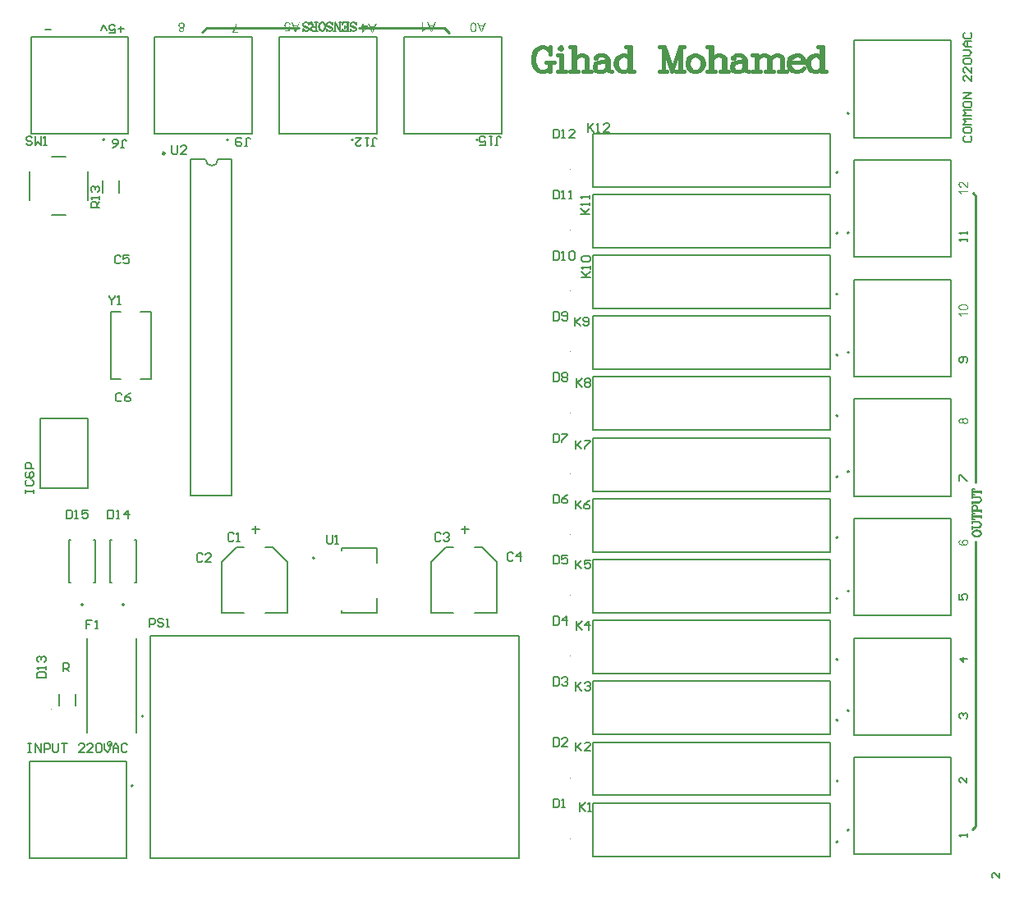
<source format=gto>
G04*
G04 #@! TF.GenerationSoftware,Altium Limited,Altium Designer,24.0.1 (36)*
G04*
G04 Layer_Color=65535*
%FSLAX44Y44*%
%MOMM*%
G71*
G04*
G04 #@! TF.SameCoordinates,71F2B9B8-5446-4F90-8F71-DE05B1429098*
G04*
G04*
G04 #@! TF.FilePolarity,Positive*
G04*
G01*
G75*
%ADD10C,0.2000*%
%ADD11C,0.2540*%
%ADD12C,0.1270*%
%ADD13C,0.1000*%
%ADD14C,0.3810*%
%ADD15C,0.1524*%
G36*
X357589Y926890D02*
X356179D01*
X352190Y936646D01*
X353656D01*
X354798Y933685D01*
X358886D01*
X359943Y936646D01*
X361310D01*
X357589Y926890D01*
D02*
G37*
G36*
X347805Y934305D02*
X352049D01*
Y933206D01*
X347580Y926890D01*
X346607D01*
Y933206D01*
X345282D01*
Y934305D01*
X346607D01*
Y936646D01*
X347805D01*
Y934305D01*
D02*
G37*
G36*
X269755Y937976D02*
X269868Y937962D01*
X269995Y937947D01*
X270150Y937933D01*
X270305Y937891D01*
X270657Y937806D01*
X271010Y937680D01*
X271193Y937595D01*
X271376Y937496D01*
X271545Y937384D01*
X271715Y937257D01*
X271729Y937243D01*
X271757Y937228D01*
X271785Y937172D01*
X271842Y937116D01*
X271912Y937045D01*
X271982Y936961D01*
X272067Y936848D01*
X272138Y936721D01*
X272222Y936594D01*
X272307Y936439D01*
X272462Y936101D01*
X272589Y935706D01*
X272631Y935495D01*
X272659Y935269D01*
X271404Y935170D01*
Y935184D01*
Y935213D01*
X271390Y935255D01*
X271376Y935325D01*
X271334Y935480D01*
X271278Y935692D01*
X271193Y935903D01*
X271080Y936143D01*
X270939Y936355D01*
X270770Y936552D01*
X270742Y936566D01*
X270686Y936622D01*
X270573Y936693D01*
X270418Y936777D01*
X270249Y936862D01*
X270037Y936933D01*
X269797Y936989D01*
X269530Y937003D01*
X269445D01*
X269389Y936989D01*
X269219Y936975D01*
X269022Y936918D01*
X268782Y936848D01*
X268543Y936735D01*
X268289Y936566D01*
X268176Y936467D01*
X268064Y936355D01*
X268049Y936340D01*
X268035Y936326D01*
X268007Y936284D01*
X267965Y936242D01*
X267866Y936087D01*
X267753Y935889D01*
X267655Y935650D01*
X267556Y935354D01*
X267486Y935001D01*
X267457Y934818D01*
Y934621D01*
Y934606D01*
Y934578D01*
Y934522D01*
X267471Y934451D01*
Y934367D01*
X267486Y934268D01*
X267528Y934043D01*
X267598Y933775D01*
X267697Y933507D01*
X267838Y933253D01*
X268035Y933014D01*
Y932999D01*
X268064Y932985D01*
X268134Y932915D01*
X268261Y932816D01*
X268430Y932703D01*
X268655Y932605D01*
X268909Y932506D01*
X269205Y932436D01*
X269375Y932407D01*
X269642D01*
X269755Y932421D01*
X269896Y932436D01*
X270065Y932478D01*
X270234Y932520D01*
X270418Y932591D01*
X270601Y932675D01*
X270615Y932689D01*
X270671Y932718D01*
X270756Y932788D01*
X270869Y932858D01*
X270982Y932957D01*
X271094Y933084D01*
X271221Y933211D01*
X271320Y933366D01*
X272448Y933211D01*
X271503Y928192D01*
X266654D01*
Y929334D01*
X270559D01*
X271080Y931970D01*
X271066Y931956D01*
X271038Y931942D01*
X270996Y931914D01*
X270925Y931872D01*
X270841Y931829D01*
X270742Y931773D01*
X270516Y931660D01*
X270234Y931547D01*
X269924Y931449D01*
X269586Y931378D01*
X269417Y931350D01*
X269107D01*
X269022Y931364D01*
X268909Y931378D01*
X268782Y931392D01*
X268641Y931421D01*
X268486Y931463D01*
X268148Y931562D01*
X267965Y931632D01*
X267782Y931731D01*
X267598Y931829D01*
X267415Y931942D01*
X267246Y932083D01*
X267077Y932238D01*
X267063Y932252D01*
X267034Y932281D01*
X266992Y932323D01*
X266936Y932393D01*
X266865Y932492D01*
X266795Y932591D01*
X266710Y932718D01*
X266626Y932858D01*
X266555Y933014D01*
X266471Y933183D01*
X266400Y933380D01*
X266329Y933577D01*
X266273Y933789D01*
X266231Y934028D01*
X266203Y934268D01*
X266189Y934522D01*
Y934536D01*
Y934578D01*
Y934649D01*
X266203Y934747D01*
X266217Y934860D01*
X266231Y934987D01*
X266259Y935142D01*
X266287Y935297D01*
X266372Y935664D01*
X266513Y936044D01*
X266597Y936242D01*
X266710Y936425D01*
X266823Y936622D01*
X266964Y936806D01*
X266978Y936820D01*
X267006Y936862D01*
X267063Y936918D01*
X267133Y936989D01*
X267232Y937073D01*
X267344Y937186D01*
X267486Y937285D01*
X267641Y937398D01*
X267810Y937510D01*
X268007Y937609D01*
X268218Y937708D01*
X268444Y937806D01*
X268684Y937877D01*
X268952Y937933D01*
X269233Y937976D01*
X269530Y937990D01*
X269656D01*
X269755Y937976D01*
D02*
G37*
G36*
X278608Y928065D02*
X277198D01*
X273209Y937821D01*
X274675D01*
X275817Y934860D01*
X279905D01*
X280962Y937821D01*
X282330D01*
X278608Y928065D01*
D02*
G37*
G36*
X217241Y936634D02*
Y936592D01*
Y936535D01*
X217227Y936451D01*
Y936338D01*
X217213Y936197D01*
X217199Y936042D01*
X217185Y935873D01*
X217157Y935675D01*
X217129Y935478D01*
X217086Y935238D01*
X217044Y934999D01*
X217002Y934745D01*
X216945Y934463D01*
X216804Y933885D01*
Y933871D01*
X216790Y933815D01*
X216762Y933730D01*
X216720Y933603D01*
X216677Y933462D01*
X216621Y933293D01*
X216565Y933096D01*
X216480Y932884D01*
X216395Y932645D01*
X216311Y932405D01*
X216099Y931869D01*
X215846Y931305D01*
X215564Y930742D01*
X215550Y930727D01*
X215521Y930671D01*
X215479Y930601D01*
X215423Y930488D01*
X215352Y930361D01*
X215254Y930206D01*
X215155Y930037D01*
X215042Y929853D01*
X214774Y929445D01*
X214492Y929022D01*
X214168Y928585D01*
X213830Y928176D01*
X218609D01*
Y927020D01*
X212293D01*
Y927964D01*
X212307Y927979D01*
X212335Y928007D01*
X212392Y928063D01*
X212448Y928148D01*
X212533Y928246D01*
X212646Y928359D01*
X212758Y928500D01*
X212885Y928669D01*
X213012Y928838D01*
X213167Y929036D01*
X213322Y929261D01*
X213477Y929487D01*
X213647Y929741D01*
X213816Y930008D01*
X213985Y930304D01*
X214154Y930601D01*
X214168Y930615D01*
X214196Y930671D01*
X214239Y930756D01*
X214309Y930882D01*
X214380Y931038D01*
X214464Y931207D01*
X214563Y931404D01*
X214662Y931630D01*
X214774Y931883D01*
X214901Y932137D01*
X215014Y932419D01*
X215127Y932715D01*
X215352Y933321D01*
X215564Y933970D01*
Y933984D01*
X215578Y934026D01*
X215592Y934097D01*
X215620Y934181D01*
X215648Y934294D01*
X215676Y934435D01*
X215719Y934590D01*
X215747Y934759D01*
X215789Y934957D01*
X215832Y935168D01*
X215902Y935619D01*
X215972Y936112D01*
X216015Y936648D01*
X217241D01*
Y936634D01*
D02*
G37*
G36*
X160441Y937529D02*
X160568Y937515D01*
X160709Y937501D01*
X160864Y937473D01*
X161033Y937430D01*
X161414Y937332D01*
X161611Y937261D01*
X161795Y937191D01*
X161992Y937092D01*
X162189Y936979D01*
X162372Y936852D01*
X162542Y936697D01*
X162556Y936683D01*
X162584Y936655D01*
X162626Y936613D01*
X162683Y936542D01*
X162739Y936458D01*
X162824Y936359D01*
X162894Y936246D01*
X162979Y936105D01*
X163063Y935964D01*
X163134Y935795D01*
X163275Y935443D01*
X163331Y935231D01*
X163373Y935020D01*
X163402Y934794D01*
X163416Y934569D01*
Y934555D01*
Y934527D01*
Y934470D01*
X163402Y934414D01*
Y934329D01*
X163388Y934230D01*
X163359Y934005D01*
X163303Y933751D01*
X163218Y933497D01*
X163092Y933230D01*
X162936Y932976D01*
Y932962D01*
X162908Y932948D01*
X162852Y932877D01*
X162739Y932764D01*
X162584Y932623D01*
X162387Y932482D01*
X162147Y932327D01*
X161879Y932200D01*
X161555Y932102D01*
X161569D01*
X161583Y932088D01*
X161625Y932074D01*
X161682Y932045D01*
X161809Y931989D01*
X161978Y931904D01*
X162161Y931792D01*
X162344Y931651D01*
X162514Y931496D01*
X162669Y931326D01*
X162683Y931298D01*
X162725Y931242D01*
X162781Y931129D01*
X162838Y930988D01*
X162908Y930805D01*
X162965Y930593D01*
X163007Y930354D01*
X163021Y930100D01*
Y930086D01*
Y930058D01*
Y930001D01*
X163007Y929917D01*
X162993Y929832D01*
X162979Y929719D01*
X162922Y929480D01*
X162838Y929198D01*
X162697Y928902D01*
X162612Y928747D01*
X162514Y928592D01*
X162387Y928451D01*
X162260Y928310D01*
X162246Y928296D01*
X162218Y928281D01*
X162175Y928239D01*
X162119Y928197D01*
X162048Y928140D01*
X161950Y928084D01*
X161837Y928014D01*
X161724Y927943D01*
X161583Y927873D01*
X161428Y927802D01*
X161259Y927746D01*
X161076Y927689D01*
X160681Y927605D01*
X160455Y927591D01*
X160230Y927577D01*
X160103D01*
X160018Y927591D01*
X159906Y927605D01*
X159779Y927619D01*
X159638Y927633D01*
X159497Y927675D01*
X159158Y927760D01*
X158820Y927887D01*
X158651Y927971D01*
X158482Y928070D01*
X158327Y928197D01*
X158172Y928324D01*
X158158Y928338D01*
X158143Y928352D01*
X158101Y928394D01*
X158045Y928451D01*
X157988Y928535D01*
X157918Y928620D01*
X157777Y928831D01*
X157636Y929099D01*
X157509Y929409D01*
X157410Y929762D01*
X157396Y929945D01*
X157382Y930142D01*
Y930156D01*
Y930171D01*
Y930255D01*
X157396Y930382D01*
X157424Y930537D01*
X157467Y930734D01*
X157537Y930932D01*
X157622Y931129D01*
X157749Y931326D01*
X157763Y931355D01*
X157819Y931411D01*
X157904Y931496D01*
X158017Y931608D01*
X158172Y931735D01*
X158355Y931862D01*
X158566Y931989D01*
X158820Y932102D01*
X158806D01*
X158778Y932116D01*
X158736Y932130D01*
X158679Y932158D01*
X158510Y932229D01*
X158313Y932327D01*
X158101Y932468D01*
X157876Y932623D01*
X157664Y932821D01*
X157467Y933046D01*
Y933060D01*
X157453Y933074D01*
X157396Y933159D01*
X157312Y933300D01*
X157227Y933483D01*
X157143Y933709D01*
X157058Y933977D01*
X157002Y934273D01*
X156987Y934597D01*
Y934611D01*
Y934653D01*
Y934724D01*
X157002Y934808D01*
X157016Y934907D01*
X157030Y935034D01*
X157058Y935175D01*
X157100Y935330D01*
X157199Y935654D01*
X157269Y935837D01*
X157368Y936007D01*
X157467Y936190D01*
X157580Y936359D01*
X157720Y936528D01*
X157876Y936697D01*
X157890Y936712D01*
X157918Y936740D01*
X157960Y936782D01*
X158031Y936824D01*
X158129Y936895D01*
X158228Y936965D01*
X158355Y937036D01*
X158496Y937120D01*
X158651Y937205D01*
X158834Y937275D01*
X159032Y937346D01*
X159229Y937416D01*
X159454Y937459D01*
X159694Y937501D01*
X159934Y937529D01*
X160202Y937543D01*
X160343D01*
X160441Y937529D01*
D02*
G37*
G36*
X418615Y927786D02*
X417206D01*
X413216Y937541D01*
X414682D01*
X415824Y934581D01*
X419912D01*
X420970Y937541D01*
X422337D01*
X418615Y927786D01*
D02*
G37*
G36*
X409354Y929914D02*
X409368Y929929D01*
X409438Y929985D01*
X409523Y930070D01*
X409664Y930168D01*
X409819Y930295D01*
X410016Y930436D01*
X410242Y930591D01*
X410495Y930746D01*
X410510D01*
X410524Y930760D01*
X410608Y930817D01*
X410749Y930887D01*
X410918Y930972D01*
X411116Y931070D01*
X411327Y931169D01*
X411539Y931268D01*
X411750Y931352D01*
Y930196D01*
X411736D01*
X411708Y930168D01*
X411651Y930154D01*
X411581Y930112D01*
X411496Y930070D01*
X411398Y930013D01*
X411158Y929872D01*
X410876Y929717D01*
X410594Y929520D01*
X410298Y929294D01*
X410002Y929054D01*
X409988Y929040D01*
X409974Y929026D01*
X409932Y928984D01*
X409875Y928942D01*
X409748Y928801D01*
X409579Y928632D01*
X409410Y928434D01*
X409227Y928209D01*
X409072Y927983D01*
X408931Y927744D01*
X408155D01*
Y937541D01*
X409354D01*
Y929914D01*
D02*
G37*
G36*
X470220Y927617D02*
X468811D01*
X464821Y937372D01*
X466287D01*
X467429Y934411D01*
X471517D01*
X472575Y937372D01*
X473942D01*
X470220Y927617D01*
D02*
G37*
G36*
X461325Y937527D02*
X461438Y937513D01*
X461579Y937485D01*
X461734Y937456D01*
X461903Y937414D01*
X462072Y937358D01*
X462256Y937301D01*
X462439Y937217D01*
X462622Y937118D01*
X462805Y937005D01*
X462989Y936864D01*
X463158Y936709D01*
X463313Y936540D01*
X463327Y936526D01*
X463355Y936484D01*
X463398Y936413D01*
X463468Y936300D01*
X463539Y936173D01*
X463609Y936004D01*
X463708Y935807D01*
X463792Y935581D01*
X463877Y935328D01*
X463961Y935032D01*
X464046Y934707D01*
X464117Y934341D01*
X464187Y933946D01*
X464229Y933523D01*
X464258Y933058D01*
X464272Y932565D01*
Y932551D01*
Y932494D01*
Y932395D01*
Y932283D01*
X464258Y932128D01*
Y931958D01*
X464243Y931775D01*
X464229Y931564D01*
X464187Y931127D01*
X464117Y930662D01*
X464032Y930196D01*
X463976Y929985D01*
X463919Y929773D01*
Y929759D01*
X463905Y929731D01*
X463877Y929675D01*
X463849Y929604D01*
X463820Y929506D01*
X463764Y929407D01*
X463651Y929167D01*
X463510Y928914D01*
X463327Y928646D01*
X463116Y928378D01*
X462862Y928152D01*
X462848D01*
X462834Y928124D01*
X462791Y928096D01*
X462735Y928068D01*
X462665Y928011D01*
X462580Y927969D01*
X462369Y927856D01*
X462115Y927758D01*
X461819Y927659D01*
X461466Y927602D01*
X461086Y927574D01*
X460959D01*
X460804Y927588D01*
X460620Y927617D01*
X460409Y927659D01*
X460183Y927715D01*
X459944Y927786D01*
X459718Y927899D01*
X459704D01*
X459690Y927913D01*
X459620Y927955D01*
X459507Y928025D01*
X459366Y928124D01*
X459211Y928265D01*
X459042Y928420D01*
X458887Y928603D01*
X458731Y928815D01*
X458717Y928843D01*
X458661Y928914D01*
X458605Y929040D01*
X458506Y929224D01*
X458421Y929435D01*
X458309Y929675D01*
X458210Y929957D01*
X458125Y930267D01*
Y930281D01*
X458111Y930309D01*
X458097Y930351D01*
X458083Y930422D01*
X458069Y930507D01*
X458055Y930605D01*
X458027Y930732D01*
X458013Y930873D01*
X457984Y931028D01*
X457970Y931197D01*
X457956Y931395D01*
X457928Y931592D01*
X457914Y931817D01*
Y932043D01*
X457900Y932297D01*
Y932565D01*
Y932579D01*
Y932635D01*
Y932734D01*
Y932847D01*
X457914Y933002D01*
Y933171D01*
X457928Y933354D01*
X457942Y933551D01*
X457984Y934003D01*
X458055Y934468D01*
X458139Y934919D01*
X458196Y935130D01*
X458266Y935342D01*
Y935356D01*
X458280Y935384D01*
X458309Y935441D01*
X458337Y935511D01*
X458365Y935610D01*
X458421Y935708D01*
X458534Y935948D01*
X458675Y936202D01*
X458858Y936484D01*
X459070Y936737D01*
X459324Y936977D01*
X459338D01*
X459352Y937005D01*
X459394Y937033D01*
X459450Y937062D01*
X459521Y937104D01*
X459591Y937160D01*
X459803Y937259D01*
X460057Y937358D01*
X460353Y937456D01*
X460705Y937513D01*
X461086Y937541D01*
X461227D01*
X461325Y937527D01*
D02*
G37*
G36*
X971169Y766707D02*
X971155D01*
X971099D01*
X971014D01*
X970901Y766721D01*
X970775Y766735D01*
X970634Y766763D01*
X970493Y766792D01*
X970338Y766848D01*
X970323D01*
X970309Y766862D01*
X970225Y766890D01*
X970098Y766947D01*
X969929Y767031D01*
X969731Y767144D01*
X969506Y767285D01*
X969280Y767440D01*
X969041Y767637D01*
X969027D01*
X969013Y767666D01*
X968928Y767736D01*
X968801Y767863D01*
X968618Y768046D01*
X968406Y768258D01*
X968152Y768525D01*
X967871Y768850D01*
X967575Y769202D01*
X967561Y769216D01*
X967518Y769273D01*
X967448Y769357D01*
X967363Y769456D01*
X967250Y769583D01*
X967123Y769738D01*
X966982Y769893D01*
X966827Y770076D01*
X966489Y770429D01*
X966151Y770781D01*
X965982Y770950D01*
X965812Y771105D01*
X965657Y771246D01*
X965502Y771359D01*
X965488D01*
X965474Y771387D01*
X965432Y771415D01*
X965375Y771444D01*
X965220Y771542D01*
X965037Y771655D01*
X964812Y771754D01*
X964572Y771852D01*
X964304Y771909D01*
X964050Y771937D01*
X964036D01*
X964022D01*
X963938Y771923D01*
X963797Y771909D01*
X963642Y771867D01*
X963444Y771810D01*
X963247Y771711D01*
X963049Y771585D01*
X962852Y771415D01*
X962824Y771387D01*
X962767Y771317D01*
X962697Y771218D01*
X962598Y771063D01*
X962514Y770866D01*
X962429Y770640D01*
X962373Y770372D01*
X962359Y770076D01*
Y769992D01*
X962373Y769935D01*
X962387Y769766D01*
X962429Y769569D01*
X962486Y769357D01*
X962584Y769118D01*
X962711Y768892D01*
X962880Y768681D01*
X962908Y768652D01*
X962979Y768596D01*
X963092Y768511D01*
X963261Y768427D01*
X963458Y768328D01*
X963712Y768244D01*
X963994Y768187D01*
X964318Y768159D01*
X964191Y766933D01*
X964177D01*
X964135Y766947D01*
X964064D01*
X963966Y766961D01*
X963853Y766989D01*
X963726Y767017D01*
X963571Y767059D01*
X963416Y767102D01*
X963078Y767215D01*
X962739Y767384D01*
X962570Y767482D01*
X962401Y767609D01*
X962246Y767736D01*
X962105Y767877D01*
X962091Y767891D01*
X962077Y767919D01*
X962034Y767962D01*
X961992Y768032D01*
X961936Y768117D01*
X961879Y768215D01*
X961809Y768328D01*
X961738Y768469D01*
X961668Y768624D01*
X961597Y768793D01*
X961541Y768977D01*
X961485Y769174D01*
X961442Y769385D01*
X961400Y769611D01*
X961386Y769851D01*
X961372Y770104D01*
Y770245D01*
X961386Y770344D01*
X961400Y770457D01*
X961414Y770598D01*
X961442Y770753D01*
X961471Y770908D01*
X961569Y771274D01*
X961710Y771641D01*
X961795Y771824D01*
X961893Y772008D01*
X962020Y772177D01*
X962161Y772332D01*
X962175Y772346D01*
X962189Y772374D01*
X962246Y772402D01*
X962302Y772459D01*
X962373Y772529D01*
X962471Y772599D01*
X962570Y772670D01*
X962697Y772755D01*
X962965Y772896D01*
X963303Y773037D01*
X963472Y773093D01*
X963670Y773121D01*
X963867Y773149D01*
X964079Y773163D01*
X964107D01*
X964177D01*
X964290Y773149D01*
X964445Y773135D01*
X964614Y773107D01*
X964812Y773051D01*
X965023Y772994D01*
X965235Y772910D01*
X965263Y772896D01*
X965333Y772867D01*
X965446Y772811D01*
X965601Y772726D01*
X965770Y772614D01*
X965982Y772473D01*
X966193Y772303D01*
X966433Y772106D01*
X966461Y772078D01*
X966545Y772008D01*
X966616Y771937D01*
X966686Y771867D01*
X966771Y771782D01*
X966884Y771669D01*
X966997Y771556D01*
X967123Y771415D01*
X967264Y771274D01*
X967420Y771105D01*
X967575Y770922D01*
X967758Y770725D01*
X967941Y770499D01*
X968138Y770274D01*
X968152Y770259D01*
X968181Y770231D01*
X968223Y770175D01*
X968279Y770104D01*
X968364Y770020D01*
X968449Y769921D01*
X968632Y769696D01*
X968843Y769456D01*
X969055Y769230D01*
X969238Y769033D01*
X969308Y768948D01*
X969379Y768878D01*
X969393Y768864D01*
X969435Y768822D01*
X969492Y768765D01*
X969576Y768695D01*
X969675Y768624D01*
X969774Y768540D01*
X970013Y768370D01*
Y773177D01*
X971169D01*
Y766707D01*
D02*
G37*
G36*
Y762605D02*
X963543D01*
X963557Y762591D01*
X963613Y762520D01*
X963698Y762436D01*
X963797Y762295D01*
X963923Y762140D01*
X964064Y761942D01*
X964220Y761717D01*
X964375Y761463D01*
Y761449D01*
X964389Y761435D01*
X964445Y761350D01*
X964516Y761209D01*
X964600Y761040D01*
X964699Y760843D01*
X964798Y760631D01*
X964896Y760420D01*
X964981Y760208D01*
X963825D01*
Y760222D01*
X963797Y760251D01*
X963783Y760307D01*
X963740Y760377D01*
X963698Y760462D01*
X963642Y760561D01*
X963501Y760800D01*
X963345Y761082D01*
X963148Y761364D01*
X962923Y761660D01*
X962683Y761956D01*
X962669Y761970D01*
X962655Y761984D01*
X962612Y762027D01*
X962570Y762083D01*
X962429Y762210D01*
X962260Y762379D01*
X962063Y762548D01*
X961837Y762732D01*
X961611Y762887D01*
X961372Y763028D01*
Y763803D01*
X971169D01*
Y762605D01*
D02*
G37*
G36*
X966715Y646833D02*
X966884D01*
X967067Y646819D01*
X967264Y646805D01*
X967716Y646763D01*
X968181Y646692D01*
X968632Y646608D01*
X968843Y646551D01*
X969055Y646481D01*
X969069D01*
X969097Y646467D01*
X969153Y646438D01*
X969224Y646410D01*
X969323Y646382D01*
X969421Y646326D01*
X969661Y646213D01*
X969915Y646072D01*
X970197Y645889D01*
X970450Y645677D01*
X970690Y645423D01*
Y645409D01*
X970718Y645395D01*
X970746Y645353D01*
X970775Y645296D01*
X970817Y645226D01*
X970873Y645156D01*
X970972Y644944D01*
X971071Y644690D01*
X971169Y644394D01*
X971226Y644042D01*
X971254Y643661D01*
Y643520D01*
X971240Y643422D01*
X971226Y643309D01*
X971198Y643168D01*
X971169Y643013D01*
X971127Y642844D01*
X971071Y642674D01*
X971014Y642491D01*
X970930Y642308D01*
X970831Y642125D01*
X970718Y641941D01*
X970577Y641758D01*
X970422Y641589D01*
X970253Y641434D01*
X970239Y641420D01*
X970197Y641392D01*
X970126Y641349D01*
X970013Y641279D01*
X969886Y641208D01*
X969717Y641138D01*
X969520Y641039D01*
X969294Y640955D01*
X969041Y640870D01*
X968745Y640786D01*
X968420Y640701D01*
X968054Y640630D01*
X967659Y640560D01*
X967236Y640518D01*
X966771Y640489D01*
X966278Y640475D01*
X966264D01*
X966207D01*
X966108D01*
X965996D01*
X965841Y640489D01*
X965671D01*
X965488Y640503D01*
X965277Y640518D01*
X964840Y640560D01*
X964375Y640630D01*
X963909Y640715D01*
X963698Y640771D01*
X963486Y640828D01*
X963472D01*
X963444Y640842D01*
X963388Y640870D01*
X963317Y640898D01*
X963219Y640927D01*
X963120Y640983D01*
X962880Y641096D01*
X962626Y641237D01*
X962359Y641420D01*
X962091Y641631D01*
X961865Y641885D01*
Y641899D01*
X961837Y641913D01*
X961809Y641955D01*
X961781Y642012D01*
X961724Y642082D01*
X961682Y642167D01*
X961569Y642378D01*
X961471Y642632D01*
X961372Y642928D01*
X961316Y643281D01*
X961287Y643661D01*
Y643788D01*
X961301Y643943D01*
X961330Y644127D01*
X961372Y644338D01*
X961428Y644564D01*
X961499Y644803D01*
X961611Y645029D01*
Y645043D01*
X961626Y645057D01*
X961668Y645127D01*
X961738Y645240D01*
X961837Y645381D01*
X961978Y645536D01*
X962133Y645705D01*
X962316Y645860D01*
X962528Y646015D01*
X962556Y646030D01*
X962626Y646086D01*
X962753Y646142D01*
X962937Y646241D01*
X963148Y646326D01*
X963388Y646438D01*
X963670Y646537D01*
X963980Y646622D01*
X963994D01*
X964022Y646636D01*
X964064Y646650D01*
X964135Y646664D01*
X964220Y646678D01*
X964318Y646692D01*
X964445Y646720D01*
X964586Y646734D01*
X964741Y646763D01*
X964910Y646777D01*
X965108Y646791D01*
X965305Y646819D01*
X965530Y646833D01*
X965756D01*
X966010Y646847D01*
X966278D01*
X966292D01*
X966348D01*
X966447D01*
X966560D01*
X966715Y646833D01*
D02*
G37*
G36*
X971085Y636204D02*
X963458D01*
X963472Y636190D01*
X963529Y636119D01*
X963613Y636035D01*
X963712Y635894D01*
X963839Y635739D01*
X963980Y635541D01*
X964135Y635316D01*
X964290Y635062D01*
Y635048D01*
X964304Y635034D01*
X964361Y634949D01*
X964431Y634808D01*
X964516Y634639D01*
X964614Y634442D01*
X964713Y634230D01*
X964812Y634019D01*
X964896Y633807D01*
X963740D01*
Y633822D01*
X963712Y633850D01*
X963698Y633906D01*
X963656Y633977D01*
X963613Y634061D01*
X963557Y634160D01*
X963416Y634399D01*
X963261Y634682D01*
X963064Y634963D01*
X962838Y635260D01*
X962598Y635555D01*
X962584Y635570D01*
X962570Y635584D01*
X962528Y635626D01*
X962486Y635682D01*
X962345Y635809D01*
X962175Y635978D01*
X961978Y636148D01*
X961752Y636331D01*
X961527Y636486D01*
X961287Y636627D01*
Y637402D01*
X971085D01*
Y636204D01*
D02*
G37*
G36*
X968519Y529506D02*
X968618Y529492D01*
X968745Y529478D01*
X968886Y529449D01*
X969041Y529407D01*
X969365Y529308D01*
X969548Y529238D01*
X969717Y529139D01*
X969901Y529041D01*
X970070Y528928D01*
X970239Y528787D01*
X970408Y528632D01*
X970422Y528618D01*
X970450Y528590D01*
X970493Y528547D01*
X970535Y528477D01*
X970605Y528378D01*
X970676Y528279D01*
X970746Y528153D01*
X970831Y528012D01*
X970916Y527856D01*
X970986Y527673D01*
X971057Y527476D01*
X971127Y527279D01*
X971169Y527053D01*
X971212Y526813D01*
X971240Y526574D01*
X971254Y526306D01*
Y526165D01*
X971240Y526066D01*
X971226Y525939D01*
X971212Y525798D01*
X971183Y525643D01*
X971141Y525474D01*
X971042Y525093D01*
X970972Y524896D01*
X970901Y524713D01*
X970803Y524515D01*
X970690Y524318D01*
X970563Y524135D01*
X970408Y523966D01*
X970394Y523952D01*
X970366Y523923D01*
X970323Y523881D01*
X970253Y523825D01*
X970168Y523768D01*
X970070Y523684D01*
X969957Y523613D01*
X969816Y523529D01*
X969675Y523444D01*
X969506Y523374D01*
X969153Y523233D01*
X968942Y523176D01*
X968730Y523134D01*
X968505Y523106D01*
X968279Y523092D01*
X968265D01*
X968237D01*
X968181D01*
X968124Y523106D01*
X968040D01*
X967941Y523120D01*
X967716Y523148D01*
X967462Y523204D01*
X967208Y523289D01*
X966940Y523416D01*
X966686Y523571D01*
X966672D01*
X966658Y523599D01*
X966588Y523656D01*
X966475Y523768D01*
X966334Y523923D01*
X966193Y524121D01*
X966038Y524360D01*
X965911Y524628D01*
X965812Y524953D01*
Y524938D01*
X965798Y524924D01*
X965784Y524882D01*
X965756Y524826D01*
X965700Y524699D01*
X965615Y524530D01*
X965502Y524346D01*
X965361Y524163D01*
X965206Y523994D01*
X965037Y523839D01*
X965009Y523825D01*
X964952Y523782D01*
X964840Y523726D01*
X964699Y523670D01*
X964516Y523599D01*
X964304Y523543D01*
X964064Y523501D01*
X963811Y523486D01*
X963797D01*
X963768D01*
X963712D01*
X963627Y523501D01*
X963543Y523515D01*
X963430Y523529D01*
X963190Y523585D01*
X962908Y523670D01*
X962612Y523811D01*
X962457Y523895D01*
X962302Y523994D01*
X962161Y524121D01*
X962020Y524248D01*
X962006Y524262D01*
X961992Y524290D01*
X961950Y524332D01*
X961908Y524389D01*
X961851Y524459D01*
X961795Y524558D01*
X961724Y524670D01*
X961654Y524783D01*
X961583Y524924D01*
X961513Y525079D01*
X961457Y525248D01*
X961400Y525432D01*
X961316Y525826D01*
X961301Y526052D01*
X961287Y526278D01*
Y526404D01*
X961301Y526489D01*
X961316Y526602D01*
X961330Y526729D01*
X961344Y526870D01*
X961386Y527011D01*
X961471Y527349D01*
X961597Y527687D01*
X961682Y527856D01*
X961781Y528026D01*
X961908Y528181D01*
X962034Y528336D01*
X962048Y528350D01*
X962063Y528364D01*
X962105Y528406D01*
X962161Y528463D01*
X962246Y528519D01*
X962330Y528590D01*
X962542Y528731D01*
X962810Y528871D01*
X963120Y528998D01*
X963472Y529097D01*
X963656Y529111D01*
X963853Y529125D01*
X963867D01*
X963881D01*
X963966D01*
X964093Y529111D01*
X964248Y529083D01*
X964445Y529041D01*
X964642Y528970D01*
X964840Y528885D01*
X965037Y528759D01*
X965065Y528745D01*
X965122Y528688D01*
X965206Y528604D01*
X965319Y528491D01*
X965446Y528336D01*
X965573Y528153D01*
X965700Y527941D01*
X965812Y527687D01*
Y527701D01*
X965826Y527730D01*
X965841Y527772D01*
X965869Y527828D01*
X965939Y527997D01*
X966038Y528195D01*
X966179Y528406D01*
X966334Y528632D01*
X966531Y528843D01*
X966757Y529041D01*
X966771D01*
X966785Y529055D01*
X966870Y529111D01*
X967011Y529196D01*
X967194Y529280D01*
X967420Y529365D01*
X967687Y529449D01*
X967983Y529506D01*
X968308Y529520D01*
X968322D01*
X968364D01*
X968435D01*
X968519Y529506D01*
D02*
G37*
G36*
X968167Y404053D02*
X968251D01*
X968477Y404011D01*
X968745Y403969D01*
X969027Y403898D01*
X969337Y403800D01*
X969633Y403659D01*
X969647D01*
X969661Y403645D01*
X969703Y403616D01*
X969760Y403588D01*
X969901Y403504D01*
X970084Y403377D01*
X970281Y403222D01*
X970479Y403038D01*
X970676Y402813D01*
X970845Y402573D01*
Y402559D01*
X970859Y402545D01*
X970887Y402503D01*
X970901Y402446D01*
X970972Y402305D01*
X971042Y402122D01*
X971127Y401883D01*
X971183Y401615D01*
X971240Y401319D01*
X971254Y400994D01*
Y400924D01*
X971240Y400853D01*
Y400741D01*
X971226Y400614D01*
X971198Y400473D01*
X971155Y400304D01*
X971113Y400135D01*
X971057Y399937D01*
X970986Y399740D01*
X970901Y399542D01*
X970789Y399331D01*
X970662Y399134D01*
X970521Y398936D01*
X970352Y398739D01*
X970154Y398556D01*
X970140Y398541D01*
X970098Y398513D01*
X970042Y398471D01*
X969943Y398415D01*
X969816Y398330D01*
X969675Y398260D01*
X969492Y398175D01*
X969294Y398090D01*
X969055Y397992D01*
X968787Y397907D01*
X968491Y397837D01*
X968167Y397766D01*
X967800Y397696D01*
X967405Y397653D01*
X966982Y397625D01*
X966531Y397611D01*
X966517D01*
X966503D01*
X966461D01*
X966404D01*
X966264Y397625D01*
X966066D01*
X965841Y397639D01*
X965573Y397668D01*
X965277Y397696D01*
X964952Y397738D01*
X964628Y397794D01*
X964276Y397865D01*
X963938Y397949D01*
X963599Y398048D01*
X963275Y398175D01*
X962965Y398316D01*
X962669Y398471D01*
X962415Y398654D01*
X962401Y398668D01*
X962373Y398697D01*
X962316Y398753D01*
X962232Y398823D01*
X962147Y398908D01*
X962063Y399021D01*
X961950Y399162D01*
X961851Y399303D01*
X961752Y399472D01*
X961640Y399655D01*
X961555Y399867D01*
X961457Y400078D01*
X961386Y400318D01*
X961330Y400572D01*
X961301Y400839D01*
X961287Y401121D01*
Y401234D01*
X961301Y401319D01*
Y401417D01*
X961316Y401530D01*
X961372Y401798D01*
X961442Y402094D01*
X961555Y402404D01*
X961724Y402714D01*
X961823Y402869D01*
X961936Y403010D01*
X961950Y403024D01*
X961964Y403038D01*
X962006Y403081D01*
X962048Y403123D01*
X962119Y403194D01*
X962204Y403250D01*
X962401Y403405D01*
X962655Y403560D01*
X962965Y403701D01*
X963317Y403828D01*
X963712Y403913D01*
X963811Y402714D01*
X963797D01*
X963783Y402700D01*
X963698Y402686D01*
X963571Y402644D01*
X963416Y402587D01*
X963247Y402531D01*
X963078Y402446D01*
X962923Y402348D01*
X962796Y402249D01*
X962767Y402221D01*
X962711Y402164D01*
X962626Y402066D01*
X962528Y401925D01*
X962443Y401741D01*
X962359Y401544D01*
X962302Y401305D01*
X962274Y401051D01*
Y400952D01*
X962288Y400839D01*
X962316Y400712D01*
X962359Y400543D01*
X962415Y400374D01*
X962486Y400205D01*
X962598Y400036D01*
X962612Y400008D01*
X962669Y399937D01*
X962767Y399838D01*
X962908Y399711D01*
X963078Y399571D01*
X963275Y399416D01*
X963529Y399274D01*
X963811Y399134D01*
X963825D01*
X963853Y399119D01*
X963895Y399105D01*
X963952Y399077D01*
X964036Y399063D01*
X964135Y399035D01*
X964248Y399007D01*
X964389Y398979D01*
X964544Y398936D01*
X964713Y398908D01*
X964896Y398880D01*
X965094Y398866D01*
X965319Y398838D01*
X965545Y398823D01*
X965798Y398809D01*
X966052D01*
X966038Y398823D01*
X965953Y398880D01*
X965841Y398979D01*
X965700Y399105D01*
X965530Y399246D01*
X965375Y399430D01*
X965220Y399627D01*
X965079Y399852D01*
Y399867D01*
X965065Y399881D01*
X965023Y399965D01*
X964981Y400092D01*
X964910Y400261D01*
X964854Y400459D01*
X964812Y400684D01*
X964769Y400924D01*
X964755Y401178D01*
Y401290D01*
X964769Y401375D01*
X964783Y401488D01*
X964798Y401600D01*
X964826Y401741D01*
X964868Y401883D01*
X964967Y402207D01*
X965037Y402376D01*
X965136Y402545D01*
X965235Y402714D01*
X965347Y402897D01*
X965488Y403067D01*
X965643Y403222D01*
X965657Y403236D01*
X965686Y403264D01*
X965728Y403306D01*
X965798Y403349D01*
X965897Y403419D01*
X965996Y403489D01*
X966123Y403560D01*
X966264Y403645D01*
X966419Y403729D01*
X966588Y403800D01*
X966785Y403870D01*
X966982Y403941D01*
X967194Y403983D01*
X967434Y404025D01*
X967673Y404053D01*
X967927Y404067D01*
X967941D01*
X967969D01*
X968012D01*
X968082D01*
X968167Y404053D01*
D02*
G37*
%LPC*%
G36*
X358505Y932628D02*
X355206D01*
X356221Y929949D01*
Y929935D01*
X356236Y929893D01*
X356264Y929823D01*
X356292Y929738D01*
X356334Y929639D01*
X356376Y929512D01*
X356419Y929371D01*
X356475Y929231D01*
X356588Y928906D01*
X356701Y928568D01*
X356814Y928230D01*
X356912Y927905D01*
Y927919D01*
X356926Y927948D01*
Y928004D01*
X356954Y928061D01*
X356969Y928159D01*
X356997Y928258D01*
X357053Y928497D01*
X357124Y928779D01*
X357222Y929090D01*
X357321Y929428D01*
X357448Y929780D01*
X358505Y932628D01*
D02*
G37*
G36*
X350879Y933206D02*
X347805D01*
Y928836D01*
X350879Y933206D01*
D02*
G37*
G36*
X279524Y933803D02*
X276226D01*
X277241Y931124D01*
Y931110D01*
X277255Y931068D01*
X277283Y930998D01*
X277311Y930913D01*
X277353Y930814D01*
X277396Y930687D01*
X277438Y930546D01*
X277494Y930406D01*
X277607Y930081D01*
X277720Y929743D01*
X277833Y929405D01*
X277931Y929080D01*
Y929094D01*
X277945Y929123D01*
Y929179D01*
X277974Y929236D01*
X277988Y929334D01*
X278016Y929433D01*
X278072Y929672D01*
X278143Y929955D01*
X278242Y930265D01*
X278340Y930603D01*
X278467Y930955D01*
X279524Y933803D01*
D02*
G37*
G36*
X160202Y936556D02*
X160117D01*
X160061Y936542D01*
X159892Y936528D01*
X159694Y936486D01*
X159469Y936415D01*
X159229Y936331D01*
X159003Y936190D01*
X158778Y936007D01*
X158750Y935978D01*
X158693Y935908D01*
X158595Y935781D01*
X158496Y935626D01*
X158397Y935429D01*
X158299Y935189D01*
X158242Y934907D01*
X158214Y934611D01*
Y934597D01*
Y934569D01*
Y934527D01*
X158228Y934470D01*
X158242Y934315D01*
X158284Y934103D01*
X158355Y933892D01*
X158454Y933652D01*
X158595Y933413D01*
X158792Y933187D01*
X158820Y933159D01*
X158891Y933103D01*
X159017Y933004D01*
X159187Y932891D01*
X159398Y932793D01*
X159652Y932694D01*
X159934Y932637D01*
X160244Y932609D01*
X160329D01*
X160385Y932623D01*
X160540Y932637D01*
X160737Y932680D01*
X160963Y932750D01*
X161188Y932849D01*
X161428Y932990D01*
X161639Y933173D01*
X161668Y933201D01*
X161724Y933272D01*
X161809Y933399D01*
X161907Y933554D01*
X162020Y933765D01*
X162105Y934005D01*
X162161Y934273D01*
X162189Y934569D01*
Y934597D01*
Y934653D01*
X162175Y934752D01*
X162161Y934879D01*
X162133Y935034D01*
X162091Y935203D01*
X162034Y935372D01*
X161964Y935555D01*
X161950Y935570D01*
X161921Y935640D01*
X161865Y935725D01*
X161780Y935823D01*
X161682Y935950D01*
X161555Y936077D01*
X161414Y936190D01*
X161245Y936303D01*
X161217Y936317D01*
X161160Y936345D01*
X161061Y936387D01*
X160935Y936430D01*
X160780Y936472D01*
X160596Y936514D01*
X160399Y936542D01*
X160202Y936556D01*
D02*
G37*
G36*
Y931637D02*
X160173D01*
X160089Y931622D01*
X159962Y931608D01*
X159793Y931580D01*
X159609Y931524D01*
X159426Y931453D01*
X159229Y931340D01*
X159060Y931200D01*
X159046Y931186D01*
X158989Y931115D01*
X158919Y931030D01*
X158834Y930903D01*
X158750Y930749D01*
X158679Y930565D01*
X158623Y930354D01*
X158609Y930128D01*
Y930114D01*
Y930100D01*
Y930015D01*
X158637Y929889D01*
X158665Y929734D01*
X158721Y929564D01*
X158806Y929381D01*
X158919Y929198D01*
X159074Y929015D01*
X159088Y929000D01*
X159158Y928944D01*
X159257Y928874D01*
X159384Y928789D01*
X159553Y928704D01*
X159736Y928634D01*
X159962Y928577D01*
X160202Y928563D01*
X160314D01*
X160441Y928592D01*
X160610Y928620D01*
X160794Y928676D01*
X160991Y928747D01*
X161174Y928859D01*
X161358Y929015D01*
X161372Y929029D01*
X161428Y929085D01*
X161499Y929184D01*
X161569Y929311D01*
X161654Y929466D01*
X161724Y929649D01*
X161780Y929846D01*
X161795Y930072D01*
Y930086D01*
Y930100D01*
X161780Y930185D01*
X161766Y930311D01*
X161738Y930467D01*
X161682Y930650D01*
X161611Y930833D01*
X161499Y931030D01*
X161358Y931200D01*
X161343Y931214D01*
X161273Y931270D01*
X161174Y931340D01*
X161047Y931411D01*
X160878Y931496D01*
X160681Y931566D01*
X160455Y931622D01*
X160202Y931637D01*
D02*
G37*
G36*
X419532Y933523D02*
X416233D01*
X417248Y930845D01*
Y930831D01*
X417262Y930788D01*
X417290Y930718D01*
X417318Y930633D01*
X417361Y930535D01*
X417403Y930408D01*
X417445Y930267D01*
X417502Y930126D01*
X417615Y929802D01*
X417727Y929463D01*
X417840Y929125D01*
X417939Y928801D01*
Y928815D01*
X417953Y928843D01*
Y928900D01*
X417981Y928956D01*
X417995Y929054D01*
X418023Y929153D01*
X418080Y929393D01*
X418150Y929675D01*
X418249Y929985D01*
X418348Y930323D01*
X418474Y930676D01*
X419532Y933523D01*
D02*
G37*
G36*
X471137Y933354D02*
X467838D01*
X468853Y930676D01*
Y930662D01*
X468867Y930619D01*
X468895Y930549D01*
X468924Y930464D01*
X468966Y930366D01*
X469008Y930239D01*
X469050Y930098D01*
X469107Y929957D01*
X469220Y929632D01*
X469332Y929294D01*
X469445Y928956D01*
X469544Y928632D01*
Y928646D01*
X469558Y928674D01*
Y928730D01*
X469586Y928787D01*
X469600Y928885D01*
X469628Y928984D01*
X469685Y929224D01*
X469755Y929506D01*
X469854Y929816D01*
X469953Y930154D01*
X470080Y930507D01*
X471137Y933354D01*
D02*
G37*
G36*
X461086Y936554D02*
X461001D01*
X460945Y936540D01*
X460804Y936512D01*
X460606Y936456D01*
X460395Y936357D01*
X460155Y936216D01*
X460042Y936131D01*
X459930Y936018D01*
X459817Y935906D01*
X459704Y935765D01*
Y935751D01*
X459676Y935722D01*
X459648Y935680D01*
X459620Y935610D01*
X459563Y935511D01*
X459521Y935384D01*
X459464Y935243D01*
X459408Y935074D01*
X459366Y934863D01*
X459310Y934637D01*
X459253Y934369D01*
X459211Y934087D01*
X459183Y933749D01*
X459154Y933396D01*
X459126Y933002D01*
Y932565D01*
Y932551D01*
Y932536D01*
Y932466D01*
Y932339D01*
X459140Y932170D01*
Y931987D01*
X459154Y931761D01*
X459169Y931522D01*
X459197Y931254D01*
X459267Y930718D01*
X459310Y930450D01*
X459366Y930196D01*
X459422Y929957D01*
X459507Y929731D01*
X459591Y929534D01*
X459690Y929365D01*
Y929351D01*
X459718Y929336D01*
X459747Y929294D01*
X459789Y929238D01*
X459916Y929111D01*
X460071Y928956D01*
X460282Y928815D01*
X460522Y928688D01*
X460649Y928632D01*
X460790Y928589D01*
X460945Y928575D01*
X461100Y928561D01*
X461184D01*
X461241Y928575D01*
X461396Y928603D01*
X461579Y928646D01*
X461791Y928730D01*
X462016Y928857D01*
X462129Y928942D01*
X462242Y929026D01*
X462340Y929139D01*
X462439Y929266D01*
Y929280D01*
X462467Y929308D01*
X462495Y929365D01*
X462538Y929435D01*
X462580Y929548D01*
X462636Y929675D01*
X462679Y929830D01*
X462735Y930013D01*
X462791Y930225D01*
X462848Y930464D01*
X462904Y930732D01*
X462947Y931028D01*
X462989Y931366D01*
X463017Y931733D01*
X463031Y932128D01*
X463045Y932565D01*
Y932593D01*
Y932663D01*
Y932790D01*
X463031Y932959D01*
Y933143D01*
X463017Y933368D01*
X463003Y933608D01*
X462975Y933862D01*
X462904Y934411D01*
X462862Y934679D01*
X462805Y934933D01*
X462749Y935173D01*
X462665Y935398D01*
X462580Y935595D01*
X462481Y935765D01*
Y935779D01*
X462453Y935793D01*
X462383Y935892D01*
X462256Y936018D01*
X462101Y936159D01*
X461889Y936300D01*
X461650Y936427D01*
X461382Y936526D01*
X461241Y936540D01*
X461086Y936554D01*
D02*
G37*
G36*
X966715Y645621D02*
X966278D01*
X966264D01*
X966249D01*
X966179D01*
X966052D01*
X965883Y645607D01*
X965700D01*
X965474Y645593D01*
X965235Y645579D01*
X964967Y645550D01*
X964431Y645480D01*
X964163Y645437D01*
X963909Y645381D01*
X963670Y645325D01*
X963444Y645240D01*
X963247Y645156D01*
X963078Y645057D01*
X963064D01*
X963049Y645029D01*
X963007Y645001D01*
X962951Y644958D01*
X962824Y644831D01*
X962669Y644676D01*
X962528Y644465D01*
X962401Y644225D01*
X962345Y644098D01*
X962302Y643957D01*
X962288Y643802D01*
X962274Y643647D01*
Y643563D01*
X962288Y643506D01*
X962316Y643351D01*
X962359Y643168D01*
X962443Y642956D01*
X962570Y642731D01*
X962655Y642618D01*
X962739Y642505D01*
X962852Y642407D01*
X962979Y642308D01*
X962993D01*
X963021Y642280D01*
X963078Y642252D01*
X963148Y642209D01*
X963261Y642167D01*
X963388Y642111D01*
X963543Y642068D01*
X963726Y642012D01*
X963938Y641955D01*
X964177Y641899D01*
X964445Y641843D01*
X964741Y641801D01*
X965079Y641758D01*
X965446Y641730D01*
X965841Y641716D01*
X966278Y641702D01*
X966306D01*
X966376D01*
X966503D01*
X966672Y641716D01*
X966856D01*
X967081Y641730D01*
X967321Y641744D01*
X967575Y641772D01*
X968124Y641843D01*
X968392Y641885D01*
X968646Y641941D01*
X968886Y641998D01*
X969111Y642082D01*
X969308Y642167D01*
X969478Y642266D01*
X969492D01*
X969506Y642294D01*
X969604Y642364D01*
X969731Y642491D01*
X969872Y642646D01*
X970013Y642858D01*
X970140Y643097D01*
X970239Y643365D01*
X970253Y643506D01*
X970267Y643661D01*
Y643746D01*
X970253Y643802D01*
X970225Y643943D01*
X970168Y644141D01*
X970070Y644352D01*
X969929Y644592D01*
X969844Y644705D01*
X969731Y644817D01*
X969619Y644930D01*
X969478Y645043D01*
X969464D01*
X969435Y645071D01*
X969393Y645099D01*
X969323Y645127D01*
X969224Y645184D01*
X969097Y645226D01*
X968956Y645282D01*
X968787Y645339D01*
X968576Y645381D01*
X968350Y645437D01*
X968082Y645494D01*
X967800Y645536D01*
X967462Y645564D01*
X967109Y645593D01*
X966715Y645621D01*
D02*
G37*
G36*
X963839Y527899D02*
X963825D01*
X963811D01*
X963726D01*
X963599Y527870D01*
X963444Y527842D01*
X963275Y527786D01*
X963092Y527701D01*
X962908Y527589D01*
X962725Y527434D01*
X962711Y527419D01*
X962655Y527349D01*
X962584Y527250D01*
X962500Y527123D01*
X962415Y526954D01*
X962345Y526771D01*
X962288Y526545D01*
X962274Y526306D01*
Y526193D01*
X962302Y526066D01*
X962330Y525897D01*
X962387Y525714D01*
X962457Y525516D01*
X962570Y525333D01*
X962725Y525150D01*
X962739Y525136D01*
X962796Y525079D01*
X962894Y525009D01*
X963021Y524938D01*
X963176Y524854D01*
X963360Y524783D01*
X963557Y524727D01*
X963783Y524713D01*
X963797D01*
X963811D01*
X963895Y524727D01*
X964022Y524741D01*
X964177Y524769D01*
X964361Y524826D01*
X964544Y524896D01*
X964741Y525009D01*
X964910Y525150D01*
X964924Y525164D01*
X964981Y525234D01*
X965051Y525333D01*
X965122Y525460D01*
X965206Y525629D01*
X965277Y525826D01*
X965333Y526052D01*
X965347Y526306D01*
Y526334D01*
X965333Y526419D01*
X965319Y526545D01*
X965291Y526715D01*
X965235Y526898D01*
X965164Y527081D01*
X965051Y527279D01*
X964910Y527448D01*
X964896Y527462D01*
X964826Y527518D01*
X964741Y527589D01*
X964614Y527673D01*
X964459Y527758D01*
X964276Y527828D01*
X964064Y527885D01*
X963839Y527899D01*
D02*
G37*
G36*
X968322Y528293D02*
X968308D01*
X968279D01*
X968237D01*
X968181Y528279D01*
X968026Y528265D01*
X967814Y528223D01*
X967603Y528153D01*
X967363Y528054D01*
X967123Y527913D01*
X966898Y527715D01*
X966870Y527687D01*
X966813Y527617D01*
X966715Y527490D01*
X966602Y527321D01*
X966503Y527109D01*
X966404Y526856D01*
X966348Y526574D01*
X966320Y526264D01*
Y526179D01*
X966334Y526123D01*
X966348Y525967D01*
X966390Y525770D01*
X966461Y525545D01*
X966560Y525319D01*
X966701Y525079D01*
X966884Y524868D01*
X966912Y524840D01*
X966982Y524783D01*
X967109Y524699D01*
X967264Y524600D01*
X967476Y524487D01*
X967716Y524403D01*
X967983Y524346D01*
X968279Y524318D01*
X968308D01*
X968364D01*
X968463Y524332D01*
X968590Y524346D01*
X968745Y524375D01*
X968914Y524417D01*
X969083Y524473D01*
X969266Y524544D01*
X969280Y524558D01*
X969351Y524586D01*
X969435Y524642D01*
X969534Y524727D01*
X969661Y524826D01*
X969788Y524953D01*
X969901Y525093D01*
X970013Y525263D01*
X970027Y525291D01*
X970056Y525347D01*
X970098Y525446D01*
X970140Y525573D01*
X970182Y525728D01*
X970225Y525911D01*
X970253Y526108D01*
X970267Y526306D01*
Y526390D01*
X970253Y526447D01*
X970239Y526616D01*
X970197Y526813D01*
X970126Y527039D01*
X970042Y527279D01*
X969901Y527504D01*
X969717Y527730D01*
X969689Y527758D01*
X969619Y527814D01*
X969492Y527913D01*
X969337Y528012D01*
X969139Y528110D01*
X968900Y528209D01*
X968618Y528265D01*
X968322Y528293D01*
D02*
G37*
G36*
X967998Y402841D02*
X967983D01*
X967955D01*
X967899D01*
X967828Y402827D01*
X967744D01*
X967645Y402813D01*
X967420Y402771D01*
X967166Y402714D01*
X966898Y402616D01*
X966644Y402475D01*
X966404Y402291D01*
X966376Y402263D01*
X966306Y402193D01*
X966221Y402080D01*
X966108Y401925D01*
X965996Y401727D01*
X965911Y401502D01*
X965841Y401234D01*
X965812Y400938D01*
Y400853D01*
X965826Y400797D01*
X965841Y400656D01*
X965883Y400459D01*
X965953Y400247D01*
X966066Y400008D01*
X966207Y399782D01*
X966404Y399557D01*
X966433Y399528D01*
X966503Y399472D01*
X966630Y399373D01*
X966813Y399274D01*
X967025Y399176D01*
X967293Y399077D01*
X967589Y399021D01*
X967927Y398993D01*
X967955D01*
X968026D01*
X968152Y399007D01*
X968308Y399021D01*
X968491Y399049D01*
X968688Y399105D01*
X968900Y399162D01*
X969111Y399246D01*
X969139Y399260D01*
X969210Y399303D01*
X969308Y399359D01*
X969435Y399444D01*
X969562Y399542D01*
X969717Y399669D01*
X969844Y399810D01*
X969971Y399979D01*
X969985Y400008D01*
X970013Y400064D01*
X970070Y400163D01*
X970112Y400289D01*
X970168Y400430D01*
X970225Y400600D01*
X970253Y400783D01*
X970267Y400980D01*
Y401051D01*
X970253Y401107D01*
X970239Y401248D01*
X970197Y401431D01*
X970112Y401629D01*
X970013Y401854D01*
X969858Y402080D01*
X969774Y402193D01*
X969661Y402291D01*
X969647D01*
X969633Y402319D01*
X969548Y402376D01*
X969407Y402461D01*
X969224Y402573D01*
X968984Y402672D01*
X968702Y402757D01*
X968378Y402813D01*
X967998Y402841D01*
D02*
G37*
%LPD*%
D10*
X836891Y91959D02*
G03*
X836891Y91959I-1000J0D01*
G01*
X465891Y816518D02*
G03*
X465891Y816518I-1000J0D01*
G01*
X337197D02*
G03*
X337197Y816518I-1000J0D01*
G01*
X208504D02*
G03*
X208504Y816518I-1000J0D01*
G01*
X80945D02*
G03*
X80945Y816518I-1000J0D01*
G01*
X848441Y720574D02*
G03*
X848441Y720574I-1000J0D01*
G01*
Y597271D02*
G03*
X848441Y597271I-1000J0D01*
G01*
Y473970D02*
G03*
X848441Y473970I-1000J0D01*
G01*
Y350668D02*
G03*
X848441Y350668I-1000J0D01*
G01*
Y227366D02*
G03*
X848441Y227366I-1000J0D01*
G01*
Y104064D02*
G03*
X848441Y104064I-1000J0D01*
G01*
X836891Y782839D02*
G03*
X836891Y782839I-1000J0D01*
G01*
Y720031D02*
G03*
X836891Y720031I-1000J0D01*
G01*
Y657224D02*
G03*
X836891Y657224I-1000J0D01*
G01*
Y594417D02*
G03*
X836891Y594417I-1000J0D01*
G01*
Y531609D02*
G03*
X836891Y531609I-1000J0D01*
G01*
Y468802D02*
G03*
X836891Y468802I-1000J0D01*
G01*
Y405995D02*
G03*
X836891Y405995I-1000J0D01*
G01*
Y343188D02*
G03*
X836891Y343188I-1000J0D01*
G01*
Y280380D02*
G03*
X836891Y280380I-1000J0D01*
G01*
Y217573D02*
G03*
X836891Y217573I-1000J0D01*
G01*
Y154766D02*
G03*
X836891Y154766I-1000J0D01*
G01*
X88337Y193099D02*
G03*
X88337Y193099I-2236J0D01*
G01*
X58621Y336769D02*
G03*
X58621Y336769I-1000J0D01*
G01*
X100991D02*
G03*
X100991Y336769I-1000J0D01*
G01*
X120971Y221749D02*
G03*
X120971Y221749I-1000J0D01*
G01*
X848441Y843876D02*
G03*
X848441Y843876I-1000J0D01*
G01*
X297341Y384914D02*
G03*
X297341Y384914I-1000J0D01*
G01*
X110120Y149979D02*
G03*
X110120Y149979I-1000J0D01*
G01*
X5485Y467494D02*
G03*
X5485Y467494I-1000J0D01*
G01*
X62951Y204468D02*
Y301729D01*
X113251Y204468D02*
Y301729D01*
X201421Y328014D02*
Y380514D01*
Y328014D02*
X224420D01*
X216921Y396013D02*
X224420D01*
X201421Y380514D02*
X216921Y396013D01*
X253920D02*
X269421Y380514D01*
X246421Y396013D02*
X253920D01*
X246421Y328014D02*
X269421D01*
Y380514D01*
X417321Y328014D02*
Y380514D01*
Y328014D02*
X440320D01*
X432821Y396013D02*
X440320D01*
X417321Y380514D02*
X432821Y396013D01*
X469821D02*
X485321Y380514D01*
X462321Y396013D02*
X469821D01*
X462321Y328014D02*
X485321D01*
Y380514D01*
D11*
X142929Y802520D02*
G03*
X142929Y802520I-1270J0D01*
G01*
X181152Y927546D02*
X186024Y932418D01*
X187080D01*
X431180D02*
X436400Y927197D01*
X430822Y932418D02*
X431180D01*
X187080D02*
X281577D01*
X343295D02*
X430822D01*
X975911Y761566D02*
X979133Y758345D01*
Y757745D02*
Y758345D01*
Y758047D02*
Y758048D01*
Y757443D02*
Y758047D01*
X975312Y104627D02*
X979133Y108449D01*
Y112520D01*
Y463118D02*
Y757443D01*
Y112520D02*
Y402226D01*
D12*
X184839Y796170D02*
G03*
X197539Y796170I6350J0D01*
G01*
X584090Y77159D02*
X829091D01*
Y132159D01*
X584090D02*
X829091D01*
X584090Y77159D02*
Y132159D01*
X197539Y796170D02*
X211509D01*
X169599D02*
X184839D01*
X169599D02*
X169599Y449460D01*
X211509D01*
X211509Y796170D02*
X211509Y449460D01*
X389891Y922518D02*
X489891D01*
X389891Y822518D02*
Y922518D01*
Y822518D02*
X489891D01*
Y922518D01*
X261197D02*
X361197D01*
X261197Y822518D02*
Y922518D01*
Y822518D02*
X361197D01*
Y922518D01*
X232504Y822518D02*
Y922518D01*
X132504Y822518D02*
X232504D01*
X132504D02*
Y922518D01*
X232504D01*
X4945D02*
X104944D01*
X4945Y822518D02*
Y922518D01*
Y822518D02*
X104944D01*
Y922518D01*
X953441Y695573D02*
Y795574D01*
X853441D02*
X953441D01*
X853441Y695573D02*
Y795574D01*
Y695573D02*
X953441D01*
Y572272D02*
Y672271D01*
X853441D02*
X953441D01*
X853441Y572272D02*
Y672271D01*
Y572272D02*
X953441D01*
Y448969D02*
Y548970D01*
X853441D02*
X953441D01*
X853441Y448969D02*
Y548970D01*
Y448969D02*
X953441D01*
Y325668D02*
Y425667D01*
X853441D02*
X953441D01*
X853441Y325668D02*
Y425667D01*
Y325668D02*
X953441D01*
Y202366D02*
Y302366D01*
X853441D02*
X953441D01*
X853441Y202366D02*
Y302366D01*
Y202366D02*
X953441D01*
Y79064D02*
Y179064D01*
X853441D02*
X953441D01*
X853441Y79064D02*
Y179064D01*
Y79064D02*
X953441D01*
X584090Y768039D02*
X829091D01*
Y823039D01*
X584090D02*
X829091D01*
X584090Y768039D02*
Y823039D01*
Y705231D02*
Y760231D01*
X829091D01*
Y705231D02*
Y760231D01*
X584090Y705231D02*
X829091D01*
X584090Y642424D02*
Y697424D01*
X829091D01*
Y642424D02*
Y697424D01*
X584090Y642424D02*
X829091D01*
X584090Y579617D02*
Y634617D01*
X829091D01*
Y579617D02*
Y634617D01*
X584090Y579617D02*
X829091D01*
X584090Y516810D02*
Y571809D01*
X829091D01*
Y516810D02*
Y571809D01*
X584090Y516810D02*
X829091D01*
X584090Y454002D02*
Y509002D01*
X829091D01*
Y454002D02*
Y509002D01*
X584090Y454002D02*
X829091D01*
X584090Y391195D02*
Y446195D01*
X829091D01*
Y391195D02*
Y446195D01*
X584090Y391195D02*
X829091D01*
X584090Y328388D02*
Y383388D01*
X829091D01*
Y328388D02*
Y383388D01*
X584090Y328388D02*
X829091D01*
X584090Y265580D02*
Y320580D01*
X829091D01*
Y265580D02*
Y320580D01*
X584090Y265580D02*
X829091D01*
X584090Y202773D02*
Y257773D01*
X829091D01*
Y202773D02*
Y257773D01*
X584090Y202773D02*
X829091D01*
X584090Y139966D02*
Y194966D01*
X829091D01*
Y139966D02*
Y194966D01*
X584090Y139966D02*
X829091D01*
X71246Y359644D02*
Y403394D01*
X43996Y359644D02*
Y403394D01*
X69571Y359644D02*
X71246D01*
X43996D02*
X45670D01*
X69571Y403394D02*
X71246D01*
X43996D02*
X45670D01*
X86366D02*
X88041D01*
X111941D02*
X113616D01*
X86366Y359644D02*
X88041D01*
X111941D02*
X113616D01*
X86366D02*
Y403394D01*
X113616Y359644D02*
Y403394D01*
X127971Y304749D02*
X507971D01*
Y74749D02*
Y304749D01*
X127971Y74749D02*
X507971D01*
X127971D02*
Y304749D01*
X79051Y761965D02*
Y774166D01*
X96050Y761965D02*
Y774166D01*
X853441Y818876D02*
X953441D01*
X853441D02*
Y918876D01*
X953441D01*
Y818876D02*
Y918876D01*
X117988Y569220D02*
X128388D01*
Y639221D01*
X117988D02*
X128388D01*
X87388D02*
X97788D01*
X87388Y569220D02*
Y639221D01*
Y569220D02*
X97788D01*
X361971Y379614D02*
Y395614D01*
Y328414D02*
Y343313D01*
X324771Y328414D02*
Y330914D01*
Y393014D02*
Y395614D01*
Y328414D02*
X361971D01*
X324771Y395614D02*
X361971D01*
X33881Y232568D02*
Y244769D01*
X50880Y232568D02*
Y244769D01*
X63491Y754152D02*
Y784153D01*
X25991Y799153D02*
X40991D01*
X3491Y754152D02*
Y784153D01*
X25991Y739153D02*
X40991D01*
X3120Y174979D02*
X103120D01*
Y74979D02*
Y174979D01*
X3120Y74979D02*
X103120D01*
X3120D02*
Y174979D01*
X14485Y456794D02*
X63285D01*
X14485D02*
Y528994D01*
X63285D01*
Y456794D02*
Y528994D01*
X970337Y281051D02*
X962719D01*
X966528Y277242D01*
Y282320D01*
X1003304Y59822D02*
Y54744D01*
X998226Y59822D01*
X996956D01*
X995687Y58552D01*
Y56013D01*
X996956Y54744D01*
X969511Y158530D02*
Y153451D01*
X964433Y158530D01*
X963164D01*
X961894Y157260D01*
Y154721D01*
X963164Y153451D01*
D13*
X561026Y472002D02*
G03*
X561026Y472002I-500J0D01*
G01*
Y534809D02*
G03*
X561026Y534809I-500J0D01*
G01*
Y597617D02*
G03*
X561026Y597617I-500J0D01*
G01*
Y660424D02*
G03*
X561026Y660424I-500J0D01*
G01*
Y723231D02*
G03*
X561026Y723231I-500J0D01*
G01*
Y95159D02*
G03*
X561026Y95159I-500J0D01*
G01*
Y157966D02*
G03*
X561026Y157966I-500J0D01*
G01*
Y220773D02*
G03*
X561026Y220773I-500J0D01*
G01*
Y283580D02*
G03*
X561026Y283580I-500J0D01*
G01*
Y346388D02*
G03*
X561026Y346388I-500J0D01*
G01*
Y409195D02*
G03*
X561026Y409195I-500J0D01*
G01*
Y786039D02*
G03*
X561026Y786039I-500J0D01*
G01*
X26211Y229169D02*
G03*
X26211Y229169I-500J0D01*
G01*
D14*
X539370Y908745D02*
X540580Y905118D01*
Y912373D01*
X539370Y908745D01*
X536952Y911164D01*
X533324Y912373D01*
X530905D01*
X527278Y911164D01*
X524859Y908745D01*
X523650Y906327D01*
X522441Y902699D01*
Y896653D01*
X523650Y893025D01*
X524859Y890607D01*
X527278Y888188D01*
X530905Y886979D01*
X533324D01*
X536952Y888188D01*
X539370Y890607D01*
X530905Y912373D02*
X528487Y911164D01*
X526068Y908745D01*
X524859Y906327D01*
X523650Y902699D01*
Y896653D01*
X524859Y893025D01*
X526068Y890607D01*
X528487Y888188D01*
X530905Y886979D01*
X539370Y896653D02*
Y886979D01*
X540580Y896653D02*
Y886979D01*
X535743Y896653D02*
X544207D01*
X551100Y912373D02*
X549891Y911164D01*
X551100Y909955D01*
X552309Y911164D01*
X551100Y912373D01*
Y903908D02*
Y886979D01*
X552309Y903908D02*
Y886979D01*
X547472Y903908D02*
X552309D01*
X547472Y886979D02*
X555937D01*
X564160Y912373D02*
Y886979D01*
X565370Y912373D02*
Y886979D01*
Y900281D02*
X567788Y902699D01*
X571416Y903908D01*
X573834D01*
X577462Y902699D01*
X578671Y900281D01*
Y886979D01*
X573834Y903908D02*
X576253Y902699D01*
X577462Y900281D01*
Y886979D01*
X560532Y912373D02*
X565370D01*
X560532Y886979D02*
X568997D01*
X573834D02*
X582299D01*
X587983Y901490D02*
Y900281D01*
X586774D01*
Y901490D01*
X587983Y902699D01*
X590401Y903908D01*
X595238D01*
X597657Y902699D01*
X598866Y901490D01*
X600075Y899071D01*
Y890607D01*
X601285Y888188D01*
X602494Y886979D01*
X598866Y901490D02*
Y890607D01*
X600075Y888188D01*
X602494Y886979D01*
X603703D01*
X598866Y899071D02*
X597657Y897862D01*
X590401Y896653D01*
X586774Y895443D01*
X585564Y893025D01*
Y890607D01*
X586774Y888188D01*
X590401Y886979D01*
X594029D01*
X596448Y888188D01*
X598866Y890607D01*
X590401Y896653D02*
X587983Y895443D01*
X586774Y893025D01*
Y890607D01*
X587983Y888188D01*
X590401Y886979D01*
X621842Y912373D02*
Y886979D01*
X623051Y912373D02*
Y886979D01*
X621842Y900281D02*
X619424Y902699D01*
X617005Y903908D01*
X614587D01*
X610959Y902699D01*
X608540Y900281D01*
X607331Y896653D01*
Y894234D01*
X608540Y890607D01*
X610959Y888188D01*
X614587Y886979D01*
X617005D01*
X619424Y888188D01*
X621842Y890607D01*
X614587Y903908D02*
X612168Y902699D01*
X609750Y900281D01*
X608540Y896653D01*
Y894234D01*
X609750Y890607D01*
X612168Y888188D01*
X614587Y886979D01*
X618214Y912373D02*
X623051D01*
X621842Y886979D02*
X626679D01*
X656669Y912373D02*
Y886979D01*
X657878Y912373D02*
X665134Y890607D01*
X656669Y912373D02*
X665134Y886979D01*
X673599Y912373D02*
X665134Y886979D01*
X673599Y912373D02*
Y886979D01*
X674808Y912373D02*
Y886979D01*
X653041Y912373D02*
X657878D01*
X673599D02*
X678436D01*
X653041Y886979D02*
X660297D01*
X669971D02*
X678436D01*
X688594Y903908D02*
X684966Y902699D01*
X682547Y900281D01*
X681338Y896653D01*
Y894234D01*
X682547Y890607D01*
X684966Y888188D01*
X688594Y886979D01*
X691012D01*
X694640Y888188D01*
X697058Y890607D01*
X698268Y894234D01*
Y896653D01*
X697058Y900281D01*
X694640Y902699D01*
X691012Y903908D01*
X688594D01*
X686175Y902699D01*
X683757Y900281D01*
X682547Y896653D01*
Y894234D01*
X683757Y890607D01*
X686175Y888188D01*
X688594Y886979D01*
X691012D02*
X693431Y888188D01*
X695849Y890607D01*
X697058Y894234D01*
Y896653D01*
X695849Y900281D01*
X693431Y902699D01*
X691012Y903908D01*
X705644Y912373D02*
Y886979D01*
X706853Y912373D02*
Y886979D01*
Y900281D02*
X709272Y902699D01*
X712900Y903908D01*
X715318D01*
X718946Y902699D01*
X720155Y900281D01*
Y886979D01*
X715318Y903908D02*
X717737Y902699D01*
X718946Y900281D01*
Y886979D01*
X702017Y912373D02*
X706853D01*
X702017Y886979D02*
X710481D01*
X715318D02*
X723783D01*
X729467Y901490D02*
Y900281D01*
X728258D01*
Y901490D01*
X729467Y902699D01*
X731885Y903908D01*
X736722D01*
X739141Y902699D01*
X740350Y901490D01*
X741559Y899071D01*
Y890607D01*
X742769Y888188D01*
X743978Y886979D01*
X740350Y901490D02*
Y890607D01*
X741559Y888188D01*
X743978Y886979D01*
X745187D01*
X740350Y899071D02*
X739141Y897862D01*
X731885Y896653D01*
X728258Y895443D01*
X727048Y893025D01*
Y890607D01*
X728258Y888188D01*
X731885Y886979D01*
X735513D01*
X737932Y888188D01*
X740350Y890607D01*
X731885Y896653D02*
X729467Y895443D01*
X728258Y893025D01*
Y890607D01*
X729467Y888188D01*
X731885Y886979D01*
X752443Y903908D02*
Y886979D01*
X753652Y903908D02*
Y886979D01*
Y900281D02*
X756071Y902699D01*
X759698Y903908D01*
X762117D01*
X765745Y902699D01*
X766954Y900281D01*
Y886979D01*
X762117Y903908D02*
X764535Y902699D01*
X765745Y900281D01*
Y886979D01*
X766954Y900281D02*
X769372Y902699D01*
X773000Y903908D01*
X775419D01*
X779047Y902699D01*
X780256Y900281D01*
Y886979D01*
X775419Y903908D02*
X777837Y902699D01*
X779047Y900281D01*
Y886979D01*
X748815Y903908D02*
X753652D01*
X748815Y886979D02*
X757280D01*
X762117D02*
X770582D01*
X775419D02*
X783884D01*
X787028Y896653D02*
X801539D01*
Y899071D01*
X800330Y901490D01*
X799120Y902699D01*
X796702Y903908D01*
X793074D01*
X789446Y902699D01*
X787028Y900281D01*
X785818Y896653D01*
Y894234D01*
X787028Y890607D01*
X789446Y888188D01*
X793074Y886979D01*
X795493D01*
X799120Y888188D01*
X801539Y890607D01*
X800330Y896653D02*
Y900281D01*
X799120Y902699D01*
X793074Y903908D02*
X790656Y902699D01*
X788237Y900281D01*
X787028Y896653D01*
Y894234D01*
X788237Y890607D01*
X790656Y888188D01*
X793074Y886979D01*
X819920Y912373D02*
Y886979D01*
X821129Y912373D02*
Y886979D01*
X819920Y900281D02*
X817501Y902699D01*
X815083Y903908D01*
X812664D01*
X809036Y902699D01*
X806618Y900281D01*
X805409Y896653D01*
Y894234D01*
X806618Y890607D01*
X809036Y888188D01*
X812664Y886979D01*
X815083D01*
X817501Y888188D01*
X819920Y890607D01*
X812664Y903908D02*
X810246Y902699D01*
X807827Y900281D01*
X806618Y896653D01*
Y894234D01*
X807827Y890607D01*
X810246Y888188D01*
X812664Y886979D01*
X816292Y912373D02*
X821129D01*
X819920Y886979D02*
X824757D01*
D15*
X19484Y929897D02*
X25409D01*
X969233Y586559D02*
X970714Y588040D01*
Y591002D01*
X969233Y592483D01*
X963308D01*
X961827Y591002D01*
Y588040D01*
X963308Y586559D01*
X964789D01*
X966271Y588040D01*
Y592483D01*
X334609Y930259D02*
X334186Y928989D01*
Y931529D01*
X334609Y930259D01*
X335456Y929413D01*
X336726Y928989D01*
X337995D01*
X339265Y929413D01*
X340112Y930259D01*
Y931105D01*
X339688Y931952D01*
X339265Y932375D01*
X338419Y932798D01*
X335879Y933645D01*
X335033Y934068D01*
X334186Y934915D01*
X340112Y931105D02*
X339265Y931952D01*
X338419Y932375D01*
X335879Y933222D01*
X335033Y933645D01*
X334609Y934068D01*
X334186Y934915D01*
Y936608D01*
X335033Y937454D01*
X336302Y937877D01*
X337572D01*
X338842Y937454D01*
X339688Y936608D01*
X340112Y935338D01*
Y937877D01*
X339688Y936608D01*
X331604Y928989D02*
Y937877D01*
X331181Y928989D02*
Y937877D01*
X328642Y931529D02*
Y934915D01*
X332874Y928989D02*
X326102D01*
Y931529D01*
X326525Y928989D01*
X331181Y933222D02*
X328642D01*
X332874Y937877D02*
X326102D01*
Y935338D01*
X326525Y937877D01*
X323605Y928989D02*
Y937877D01*
X323182Y928989D02*
X318103Y937031D01*
X323182Y929836D02*
X318103Y937877D01*
Y928989D02*
Y937877D01*
X324875Y928989D02*
X323182D01*
X319373D02*
X316833D01*
X324875Y937877D02*
X322335D01*
X310231Y930259D02*
X309807Y928989D01*
Y931529D01*
X310231Y930259D01*
X311077Y929413D01*
X312347Y928989D01*
X313617D01*
X314886Y929413D01*
X315733Y930259D01*
Y931105D01*
X315310Y931952D01*
X314886Y932375D01*
X314040Y932798D01*
X311500Y933645D01*
X310654Y934068D01*
X309807Y934915D01*
X315733Y931105D02*
X314886Y931952D01*
X314040Y932375D01*
X311500Y933222D01*
X310654Y933645D01*
X310231Y934068D01*
X309807Y934915D01*
Y936608D01*
X310654Y937454D01*
X311924Y937877D01*
X313193D01*
X314463Y937454D01*
X315310Y936608D01*
X315733Y935338D01*
Y937877D01*
X315310Y936608D01*
X305533Y928989D02*
X306802Y929413D01*
X307649Y930259D01*
X308072Y931105D01*
X308495Y932798D01*
Y934068D01*
X308072Y935761D01*
X307649Y936608D01*
X306802Y937454D01*
X305533Y937877D01*
X304686D01*
X303416Y937454D01*
X302570Y936608D01*
X302147Y935761D01*
X301723Y934068D01*
Y932798D01*
X302147Y931105D01*
X302570Y930259D01*
X303416Y929413D01*
X304686Y928989D01*
X305533D01*
X306379Y929413D01*
X307226Y930259D01*
X307649Y931105D01*
X308072Y932798D01*
Y934068D01*
X307649Y935761D01*
X307226Y936608D01*
X306379Y937454D01*
X305533Y937877D01*
X304686D02*
X303840Y937454D01*
X302993Y936608D01*
X302570Y935761D01*
X302147Y934068D01*
Y932798D01*
X302570Y931105D01*
X302993Y930259D01*
X303840Y929413D01*
X304686Y928989D01*
X299226D02*
Y937877D01*
X298803Y928989D02*
Y937877D01*
X300496Y928989D02*
X295417D01*
X294147Y929413D01*
X293724Y929836D01*
X293301Y930682D01*
Y931529D01*
X293724Y932375D01*
X294147Y932798D01*
X295417Y933222D01*
X298803D01*
X295417Y928989D02*
X294571Y929413D01*
X294147Y929836D01*
X293724Y930682D01*
Y931529D01*
X294147Y932375D01*
X294571Y932798D01*
X295417Y933222D01*
X300496Y937877D02*
X297533D01*
X296687Y933222D02*
X295840Y933645D01*
X295417Y934068D01*
X294147Y937031D01*
X293724Y937454D01*
X293301D01*
X292878Y937031D01*
X295840Y933645D02*
X295417Y934491D01*
X294571Y937454D01*
X294147Y937877D01*
X293301D01*
X292878Y937031D01*
Y936608D01*
X286233Y930259D02*
X285809Y928989D01*
Y931529D01*
X286233Y930259D01*
X287079Y929413D01*
X288349Y928989D01*
X289619D01*
X290888Y929413D01*
X291735Y930259D01*
Y931105D01*
X291312Y931952D01*
X290888Y932375D01*
X290042Y932798D01*
X287502Y933645D01*
X286656Y934068D01*
X285809Y934915D01*
X291735Y931105D02*
X290888Y931952D01*
X290042Y932375D01*
X287502Y933222D01*
X286656Y933645D01*
X286233Y934068D01*
X285809Y934915D01*
Y936608D01*
X286656Y937454D01*
X287926Y937877D01*
X289195D01*
X290465Y937454D01*
X291312Y936608D01*
X291735Y935338D01*
Y937877D01*
X291312Y936608D01*
X100470Y930991D02*
X94545D01*
X97508Y928029D02*
Y933953D01*
X85658Y926547D02*
X91583D01*
Y930991D01*
X88621Y929510D01*
X87139D01*
X85658Y930991D01*
Y933953D01*
X87139Y935434D01*
X90102D01*
X91583Y933953D01*
X82696Y929510D02*
X79734Y935434D01*
X76771Y929510D01*
X975704Y410015D02*
X976128Y408745D01*
X976974Y407899D01*
X977821Y407476D01*
X979514Y407052D01*
X980783D01*
X982476Y407476D01*
X983323Y407899D01*
X984169Y408745D01*
X984593Y410015D01*
Y410862D01*
X984169Y412131D01*
X983323Y412978D01*
X982476Y413401D01*
X980783Y413824D01*
X979514D01*
X977821Y413401D01*
X976974Y412978D01*
X976128Y412131D01*
X975704Y410862D01*
Y410015D01*
X976128Y409169D01*
X976974Y408322D01*
X977821Y407899D01*
X979514Y407476D01*
X980783D01*
X982476Y407899D01*
X983323Y408322D01*
X984169Y409169D01*
X984593Y410015D01*
Y410862D02*
X984169Y411708D01*
X983323Y412555D01*
X982476Y412978D01*
X980783Y413401D01*
X979514D01*
X977821Y412978D01*
X976974Y412555D01*
X976128Y411708D01*
X975704Y410862D01*
Y416321D02*
X982053D01*
X983323Y416745D01*
X984169Y417591D01*
X984593Y418861D01*
Y419707D01*
X984169Y420977D01*
X983323Y421824D01*
X982053Y422247D01*
X975704D01*
Y416745D02*
X982053D01*
X983323Y417168D01*
X984169Y418014D01*
X984593Y418861D01*
X975704Y415052D02*
Y418014D01*
Y420977D02*
Y423517D01*
Y427537D02*
X984593D01*
X975704Y427961D02*
X984593D01*
X975704Y424998D02*
X978244Y424575D01*
X975704D01*
Y430923D01*
X978244D01*
X975704Y430500D01*
X984593Y426268D02*
Y429230D01*
X975704Y433463D02*
X984593D01*
X975704Y433886D02*
X984593D01*
X975704Y432193D02*
Y437272D01*
X976128Y438542D01*
X976551Y438965D01*
X977397Y439388D01*
X978667D01*
X979514Y438965D01*
X979937Y438542D01*
X980360Y437272D01*
Y433886D01*
X975704Y437272D02*
X976128Y438119D01*
X976551Y438542D01*
X977397Y438965D01*
X978667D01*
X979514Y438542D01*
X979937Y438119D01*
X980360Y437272D01*
X984593Y432193D02*
Y435156D01*
X975704Y441843D02*
X982053D01*
X983323Y442266D01*
X984169Y443113D01*
X984593Y444383D01*
Y445229D01*
X984169Y446499D01*
X983323Y447345D01*
X982053Y447769D01*
X975704D01*
Y442266D02*
X982053D01*
X983323Y442690D01*
X984169Y443536D01*
X984593Y444383D01*
X975704Y440573D02*
Y443536D01*
Y446499D02*
Y449038D01*
Y453059D02*
X984593D01*
X975704Y453482D02*
X984593D01*
X975704Y450519D02*
X978244Y450096D01*
X975704D01*
Y456445D01*
X978244D01*
X975704Y456022D01*
X984593Y451789D02*
Y454752D01*
X232802Y414323D02*
X240421D01*
X236611Y410514D02*
Y418132D01*
X448702Y414323D02*
X456321D01*
X452511Y410514D02*
Y418132D01*
X11267Y261190D02*
X20154D01*
Y265633D01*
X18673Y267115D01*
X12748D01*
X11267Y265633D01*
Y261190D01*
X20154Y270077D02*
Y273039D01*
Y271558D01*
X11267D01*
X12748Y270077D01*
Y277483D02*
X11267Y278964D01*
Y281926D01*
X12748Y283408D01*
X14230D01*
X15711Y281926D01*
Y280445D01*
Y281926D01*
X17192Y283408D01*
X18673D01*
X20154Y281926D01*
Y278964D01*
X18673Y277483D01*
X85164Y655654D02*
Y654173D01*
X88127Y651210D01*
X91089Y654173D01*
Y655654D01*
X88127Y651210D02*
Y646767D01*
X94052D02*
X97014D01*
X95533D01*
Y655654D01*
X94052Y654173D01*
X150135Y810633D02*
Y803227D01*
X151617Y801746D01*
X154579D01*
X156060Y803227D01*
Y810633D01*
X164947Y801746D02*
X159023D01*
X164947Y807670D01*
Y809152D01*
X163466Y810633D01*
X160504D01*
X159023Y809152D01*
X309801Y408654D02*
Y401248D01*
X311282Y399767D01*
X314244D01*
X315726Y401248D01*
Y408654D01*
X318688Y399767D02*
X321650D01*
X320169D01*
Y408654D01*
X318688Y407173D01*
X6187Y818355D02*
X4706Y819836D01*
X1743D01*
X262Y818355D01*
Y816874D01*
X1743Y815393D01*
X4706D01*
X6187Y813912D01*
Y812430D01*
X4706Y810949D01*
X1743D01*
X262Y812430D01*
X9150Y819836D02*
Y810949D01*
X12112Y813912D01*
X15074Y810949D01*
Y819836D01*
X18037Y810949D02*
X20999D01*
X19518D01*
Y819836D01*
X18037Y818355D01*
X38148Y267855D02*
Y276742D01*
X42592D01*
X44073Y275261D01*
Y272299D01*
X42592Y270818D01*
X38148D01*
X41111D02*
X44073Y267855D01*
X75613Y746245D02*
X66726D01*
Y750689D01*
X68207Y752170D01*
X71169D01*
X72650Y750689D01*
Y746245D01*
Y749208D02*
X75613Y752170D01*
Y755132D02*
Y758095D01*
Y756613D01*
X66726D01*
X68207Y755132D01*
Y762538D02*
X66726Y764019D01*
Y766982D01*
X68207Y768463D01*
X69688D01*
X71169Y766982D01*
Y765501D01*
Y766982D01*
X72650Y768463D01*
X74132D01*
X75613Y766982D01*
Y764019D01*
X74132Y762538D01*
X126833Y313839D02*
Y322727D01*
X131277D01*
X132758Y321245D01*
Y318283D01*
X131277Y316802D01*
X126833D01*
X141645Y321245D02*
X140164Y322727D01*
X137201D01*
X135720Y321245D01*
Y319764D01*
X137201Y318283D01*
X140164D01*
X141645Y316802D01*
Y315321D01*
X140164Y313839D01*
X137201D01*
X135720Y315321D01*
X144607Y313839D02*
X147570D01*
X146088D01*
Y322727D01*
X144607Y321245D01*
X579313Y833723D02*
Y824836D01*
Y827798D01*
X585238Y833723D01*
X580794Y829279D01*
X585238Y824836D01*
X588200D02*
X591162D01*
X589681D01*
Y833723D01*
X588200Y832242D01*
X601531Y824836D02*
X595606D01*
X601531Y830760D01*
Y832242D01*
X600049Y833723D01*
X597087D01*
X595606Y832242D01*
X571821Y740017D02*
X580708D01*
X577746D01*
X571821Y745942D01*
X576265Y741499D01*
X580708Y745942D01*
Y748905D02*
Y751867D01*
Y750386D01*
X571821D01*
X573302Y748905D01*
X580708Y756311D02*
Y759273D01*
Y757792D01*
X571821D01*
X573302Y756311D01*
X572529Y674475D02*
X581416D01*
X578454D01*
X572529Y680399D01*
X576972Y675956D01*
X581416Y680399D01*
Y683362D02*
Y686324D01*
Y684843D01*
X572529D01*
X574010Y683362D01*
Y690768D02*
X572529Y692249D01*
Y695211D01*
X574010Y696693D01*
X579935D01*
X581416Y695211D01*
Y692249D01*
X579935Y690768D01*
X574010D01*
X565317Y633401D02*
Y624514D01*
Y627476D01*
X571242Y633401D01*
X566798Y628957D01*
X571242Y624514D01*
X574204Y625995D02*
X575685Y624514D01*
X578648D01*
X580129Y625995D01*
Y631920D01*
X578648Y633401D01*
X575685D01*
X574204Y631920D01*
Y630438D01*
X575685Y628957D01*
X580129D01*
X567089Y570399D02*
Y561512D01*
Y564474D01*
X573014Y570399D01*
X568570Y565955D01*
X573014Y561512D01*
X575976Y568918D02*
X577458Y570399D01*
X580420D01*
X581901Y568918D01*
Y567437D01*
X580420Y565955D01*
X581901Y564474D01*
Y562993D01*
X580420Y561512D01*
X577458D01*
X575976Y562993D01*
Y564474D01*
X577458Y565955D01*
X575976Y567437D01*
Y568918D01*
X577458Y565955D02*
X580420D01*
X566735Y506338D02*
Y497450D01*
Y500413D01*
X572660Y506338D01*
X568216Y501894D01*
X572660Y497450D01*
X575622Y506338D02*
X581547D01*
Y504856D01*
X575622Y498932D01*
Y497450D01*
X566381Y444400D02*
Y435513D01*
Y438475D01*
X572306Y444400D01*
X567863Y439956D01*
X572306Y435513D01*
X581193Y444400D02*
X578231Y442919D01*
X575269Y439956D01*
Y436994D01*
X576750Y435513D01*
X579712D01*
X581193Y436994D01*
Y438475D01*
X579712Y439956D01*
X575269D01*
X566735Y382816D02*
Y373929D01*
Y376891D01*
X572660Y382816D01*
X568216Y378373D01*
X572660Y373929D01*
X581547Y382816D02*
X575622D01*
Y378373D01*
X578585Y379854D01*
X580066D01*
X581547Y378373D01*
Y375410D01*
X580066Y373929D01*
X577104D01*
X575622Y375410D01*
X567089Y319817D02*
Y310930D01*
Y313892D01*
X573014Y319817D01*
X568570Y315373D01*
X573014Y310930D01*
X580420D02*
Y319817D01*
X575976Y315373D01*
X581901D01*
X566735Y257171D02*
Y248284D01*
Y251246D01*
X572660Y257171D01*
X568216Y252728D01*
X572660Y248284D01*
X575622Y255690D02*
X577104Y257171D01*
X580066D01*
X581547Y255690D01*
Y254209D01*
X580066Y252728D01*
X578585D01*
X580066D01*
X581547Y251246D01*
Y249765D01*
X580066Y248284D01*
X577104D01*
X575622Y249765D01*
X566735Y194880D02*
Y185992D01*
Y188955D01*
X572660Y194880D01*
X568216Y190436D01*
X572660Y185992D01*
X581547D02*
X575622D01*
X581547Y191917D01*
Y193398D01*
X580066Y194880D01*
X577104D01*
X575622Y193398D01*
X570340Y132588D02*
Y123701D01*
Y126663D01*
X576265Y132588D01*
X571821Y128145D01*
X576265Y123701D01*
X579227D02*
X582189D01*
X580708D01*
Y132588D01*
X579227Y131107D01*
X483433Y810985D02*
X486395D01*
X484914D01*
Y818391D01*
X486395Y819873D01*
X487877D01*
X489358Y818391D01*
X480471Y819873D02*
X477508D01*
X478990D01*
Y810985D01*
X480471Y812467D01*
X467140Y810985D02*
X473065D01*
Y815429D01*
X470102Y813948D01*
X468621D01*
X467140Y815429D01*
Y818391D01*
X468621Y819873D01*
X471584D01*
X473065Y818391D01*
X355681Y810022D02*
X358644D01*
X357163D01*
Y817428D01*
X358644Y818910D01*
X360125D01*
X361606Y817428D01*
X352719Y818910D02*
X349757D01*
X351238D01*
Y810022D01*
X352719Y811504D01*
X339389Y818910D02*
X345313D01*
X339389Y812985D01*
Y811504D01*
X340870Y810022D01*
X343832D01*
X345313Y811504D01*
X225185Y810022D02*
X228148D01*
X226667D01*
Y817428D01*
X228148Y818910D01*
X229629D01*
X231110Y817428D01*
X222223D02*
X220742Y818910D01*
X217779D01*
X216298Y817428D01*
Y811504D01*
X217779Y810022D01*
X220742D01*
X222223Y811504D01*
Y812985D01*
X220742Y814466D01*
X216298D01*
X97429Y808099D02*
X100392D01*
X98910D01*
Y815505D01*
X100392Y816986D01*
X101873D01*
X103354Y815505D01*
X88542Y808099D02*
X91504Y809580D01*
X94467Y812543D01*
Y815505D01*
X92986Y816986D01*
X90023D01*
X88542Y815505D01*
Y814024D01*
X90023Y812543D01*
X94467D01*
X1995Y193302D02*
X4957D01*
X3476D01*
Y184415D01*
X1995D01*
X4957D01*
X9401D02*
Y193302D01*
X15325Y184415D01*
Y193302D01*
X18288Y184415D02*
Y193302D01*
X22731D01*
X24213Y191821D01*
Y188858D01*
X22731Y187377D01*
X18288D01*
X27175Y193302D02*
Y185896D01*
X28656Y184415D01*
X31618D01*
X33100Y185896D01*
Y193302D01*
X36062D02*
X41987D01*
X39024D01*
Y184415D01*
X59761D02*
X53836D01*
X59761Y190339D01*
Y191821D01*
X58280Y193302D01*
X55317D01*
X53836Y191821D01*
X68648Y184415D02*
X62723D01*
X68648Y190339D01*
Y191821D01*
X67167Y193302D01*
X64205D01*
X62723Y191821D01*
X71610D02*
X73092Y193302D01*
X76054D01*
X77535Y191821D01*
Y185896D01*
X76054Y184415D01*
X73092D01*
X71610Y185896D01*
Y191821D01*
X80498Y193302D02*
Y187377D01*
X83460Y184415D01*
X86422Y187377D01*
Y193302D01*
X89385Y184415D02*
Y190339D01*
X92347Y193302D01*
X95309Y190339D01*
Y184415D01*
Y188858D01*
X89385D01*
X104197Y191821D02*
X102715Y193302D01*
X99753D01*
X98272Y191821D01*
Y185896D01*
X99753Y184415D01*
X102715D01*
X104197Y185896D01*
X-1119Y451941D02*
Y454904D01*
Y453422D01*
X7768D01*
Y451941D01*
Y454904D01*
X362Y465272D02*
X-1119Y463791D01*
Y460828D01*
X362Y459347D01*
X6287D01*
X7768Y460828D01*
Y463791D01*
X6287Y465272D01*
X362Y474159D02*
X-1119Y472678D01*
Y469715D01*
X362Y468234D01*
X1843D01*
X3325Y469715D01*
Y472678D01*
X4806Y474159D01*
X6287D01*
X7768Y472678D01*
Y469715D01*
X6287Y468234D01*
X7768Y477121D02*
X-1119D01*
Y481565D01*
X362Y483046D01*
X3325D01*
X4806Y481565D01*
Y477121D01*
X68105Y320794D02*
X62180D01*
Y316350D01*
X65142D01*
X62180D01*
Y311907D01*
X71067D02*
X74029D01*
X72548D01*
Y320794D01*
X71067Y319312D01*
X41255Y434484D02*
Y425597D01*
X45699D01*
X47180Y427078D01*
Y433003D01*
X45699Y434484D01*
X41255D01*
X50143Y425597D02*
X53105D01*
X51624D01*
Y434484D01*
X50143Y433003D01*
X63473Y434484D02*
X57549D01*
Y430041D01*
X60511Y431522D01*
X61992D01*
X63473Y430041D01*
Y427078D01*
X61992Y425597D01*
X59030D01*
X57549Y427078D01*
X84118Y434484D02*
Y425597D01*
X88562D01*
X90043Y427078D01*
Y433003D01*
X88562Y434484D01*
X84118D01*
X93006Y425597D02*
X95968D01*
X94487D01*
Y434484D01*
X93006Y433003D01*
X104855Y425597D02*
Y434484D01*
X100412Y430041D01*
X106336D01*
X543414Y827286D02*
Y818399D01*
X547857D01*
X549338Y819880D01*
Y825805D01*
X547857Y827286D01*
X543414D01*
X552301Y818399D02*
X555263D01*
X553782D01*
Y827286D01*
X552301Y825805D01*
X565631Y818399D02*
X559707D01*
X565631Y824323D01*
Y825805D01*
X564150Y827286D01*
X561188D01*
X559707Y825805D01*
X543414Y764479D02*
Y755591D01*
X547857D01*
X549338Y757073D01*
Y762997D01*
X547857Y764479D01*
X543414D01*
X552301Y755591D02*
X555263D01*
X553782D01*
Y764479D01*
X552301Y762997D01*
X559707Y755591D02*
X562669D01*
X561188D01*
Y764479D01*
X559707Y762997D01*
X543414Y701671D02*
Y692784D01*
X547857D01*
X549338Y694265D01*
Y700190D01*
X547857Y701671D01*
X543414D01*
X552301Y692784D02*
X555263D01*
X553782D01*
Y701671D01*
X552301Y700190D01*
X559707D02*
X561188Y701671D01*
X564150D01*
X565631Y700190D01*
Y694265D01*
X564150Y692784D01*
X561188D01*
X559707Y694265D01*
Y700190D01*
X543414Y638864D02*
Y629977D01*
X547857D01*
X549338Y631458D01*
Y637383D01*
X547857Y638864D01*
X543414D01*
X552301Y631458D02*
X553782Y629977D01*
X556744D01*
X558226Y631458D01*
Y637383D01*
X556744Y638864D01*
X553782D01*
X552301Y637383D01*
Y635901D01*
X553782Y634420D01*
X558226D01*
X543414Y576057D02*
Y567169D01*
X547857D01*
X549338Y568651D01*
Y574576D01*
X547857Y576057D01*
X543414D01*
X552301Y574576D02*
X553782Y576057D01*
X556744D01*
X558226Y574576D01*
Y573094D01*
X556744Y571613D01*
X558226Y570132D01*
Y568651D01*
X556744Y567169D01*
X553782D01*
X552301Y568651D01*
Y570132D01*
X553782Y571613D01*
X552301Y573094D01*
Y574576D01*
X553782Y571613D02*
X556744D01*
X543414Y513249D02*
Y504362D01*
X547857D01*
X549338Y505843D01*
Y511768D01*
X547857Y513249D01*
X543414D01*
X552301D02*
X558226D01*
Y511768D01*
X552301Y505843D01*
Y504362D01*
X543414Y450442D02*
Y441555D01*
X547857D01*
X549338Y443036D01*
Y448961D01*
X547857Y450442D01*
X543414D01*
X558226D02*
X555263Y448961D01*
X552301Y445998D01*
Y443036D01*
X553782Y441555D01*
X556744D01*
X558226Y443036D01*
Y444517D01*
X556744Y445998D01*
X552301D01*
X543414Y387635D02*
Y378748D01*
X547857D01*
X549338Y380229D01*
Y386154D01*
X547857Y387635D01*
X543414D01*
X558226D02*
X552301D01*
Y383191D01*
X555263Y384673D01*
X556744D01*
X558226Y383191D01*
Y380229D01*
X556744Y378748D01*
X553782D01*
X552301Y380229D01*
X543414Y324828D02*
Y315940D01*
X547857D01*
X549338Y317422D01*
Y323346D01*
X547857Y324828D01*
X543414D01*
X556744Y315940D02*
Y324828D01*
X552301Y320384D01*
X558226D01*
X543414Y262020D02*
Y253133D01*
X547857D01*
X549338Y254614D01*
Y260539D01*
X547857Y262020D01*
X543414D01*
X552301Y260539D02*
X553782Y262020D01*
X556744D01*
X558226Y260539D01*
Y259058D01*
X556744Y257577D01*
X555263D01*
X556744D01*
X558226Y256096D01*
Y254614D01*
X556744Y253133D01*
X553782D01*
X552301Y254614D01*
X543414Y199213D02*
Y190326D01*
X547857D01*
X549338Y191807D01*
Y197732D01*
X547857Y199213D01*
X543414D01*
X558226Y190326D02*
X552301D01*
X558226Y196251D01*
Y197732D01*
X556744Y199213D01*
X553782D01*
X552301Y197732D01*
X543414Y136406D02*
Y127519D01*
X547857D01*
X549338Y129000D01*
Y134925D01*
X547857Y136406D01*
X543414D01*
X552301Y127519D02*
X555263D01*
X553782D01*
Y136406D01*
X552301Y134925D01*
X967470Y820562D02*
X965989Y819081D01*
Y816118D01*
X967470Y814637D01*
X973394D01*
X974876Y816118D01*
Y819081D01*
X973394Y820562D01*
X965989Y827968D02*
Y825005D01*
X967470Y823524D01*
X973394D01*
X974876Y825005D01*
Y827968D01*
X973394Y829449D01*
X967470D01*
X965989Y827968D01*
X974876Y832411D02*
X965989D01*
X968951Y835374D01*
X965989Y838336D01*
X974876D01*
Y841298D02*
X965989D01*
X968951Y844261D01*
X965989Y847223D01*
X974876D01*
X965989Y854629D02*
Y851667D01*
X967470Y850185D01*
X973394D01*
X974876Y851667D01*
Y854629D01*
X973394Y856110D01*
X967470D01*
X965989Y854629D01*
X974876Y859073D02*
X965989D01*
X974876Y864997D01*
X965989D01*
X974876Y882772D02*
Y876847D01*
X968951Y882772D01*
X967470D01*
X965989Y881290D01*
Y878328D01*
X967470Y876847D01*
X974876Y891659D02*
Y885734D01*
X968951Y891659D01*
X967470D01*
X965989Y890178D01*
Y887215D01*
X967470Y885734D01*
Y894621D02*
X965989Y896102D01*
Y899065D01*
X967470Y900546D01*
X973394D01*
X974876Y899065D01*
Y896102D01*
X973394Y894621D01*
X967470D01*
X965989Y903508D02*
X971913D01*
X974876Y906471D01*
X971913Y909433D01*
X965989D01*
X974876Y912395D02*
X968951D01*
X965989Y915358D01*
X968951Y918320D01*
X974876D01*
X970432D01*
Y912395D01*
X967470Y927207D02*
X965989Y925726D01*
Y922764D01*
X967470Y921283D01*
X973394D01*
X974876Y922764D01*
Y925726D01*
X973394Y927207D01*
X98507Y553843D02*
X97026Y555324D01*
X94064D01*
X92582Y553843D01*
Y547918D01*
X94064Y546437D01*
X97026D01*
X98507Y547918D01*
X107394Y555324D02*
X104432Y553843D01*
X101469Y550880D01*
Y547918D01*
X102951Y546437D01*
X105913D01*
X107394Y547918D01*
Y549399D01*
X105913Y550880D01*
X101469D01*
X97237Y696083D02*
X95756Y697564D01*
X92794D01*
X91312Y696083D01*
Y690158D01*
X92794Y688677D01*
X95756D01*
X97237Y690158D01*
X106124Y697564D02*
X100199D01*
Y693120D01*
X103162Y694602D01*
X104643D01*
X106124Y693120D01*
Y690158D01*
X104643Y688677D01*
X101681D01*
X100199Y690158D01*
X502061Y389328D02*
X500580Y390809D01*
X497617D01*
X496136Y389328D01*
Y383403D01*
X497617Y381922D01*
X500580D01*
X502061Y383403D01*
X509467Y381922D02*
Y390809D01*
X505023Y386365D01*
X510948D01*
X427250Y409469D02*
X425769Y410951D01*
X422807D01*
X421325Y409469D01*
Y403545D01*
X422807Y402063D01*
X425769D01*
X427250Y403545D01*
X430213Y409469D02*
X431694Y410951D01*
X434656D01*
X436137Y409469D01*
Y407988D01*
X434656Y406507D01*
X433175D01*
X434656D01*
X436137Y405026D01*
Y403545D01*
X434656Y402063D01*
X431694D01*
X430213Y403545D01*
X181715Y388371D02*
X180234Y389852D01*
X177271D01*
X175790Y388371D01*
Y382446D01*
X177271Y380965D01*
X180234D01*
X181715Y382446D01*
X190602Y380965D02*
X184677D01*
X190602Y386890D01*
Y388371D01*
X189121Y389852D01*
X186158D01*
X184677Y388371D01*
X213890Y409469D02*
X212409Y410950D01*
X209446D01*
X207965Y409469D01*
Y403544D01*
X209446Y402063D01*
X212409D01*
X213890Y403544D01*
X216852Y402063D02*
X219815D01*
X218333D01*
Y410950D01*
X216852Y409469D01*
X970714Y711663D02*
Y714625D01*
Y713144D01*
X961827D01*
X963308Y711663D01*
X970714Y719069D02*
Y722031D01*
Y720550D01*
X961827D01*
X963308Y719069D01*
X961827Y464771D02*
Y470696D01*
X963308D01*
X969233Y464771D01*
X970714D01*
X961827Y347983D02*
Y342058D01*
X966271D01*
X964789Y345021D01*
Y346502D01*
X966271Y347983D01*
X969233D01*
X970714Y346502D01*
Y343540D01*
X969233Y342058D01*
X963308Y219142D02*
X961827Y220623D01*
Y223586D01*
X963308Y225067D01*
X964789D01*
X966271Y223586D01*
Y222105D01*
Y223586D01*
X967752Y225067D01*
X969233D01*
X970714Y223586D01*
Y220623D01*
X969233Y219142D01*
X970714Y97451D02*
Y100414D01*
Y98933D01*
X961827D01*
X963308Y97451D01*
M02*

</source>
